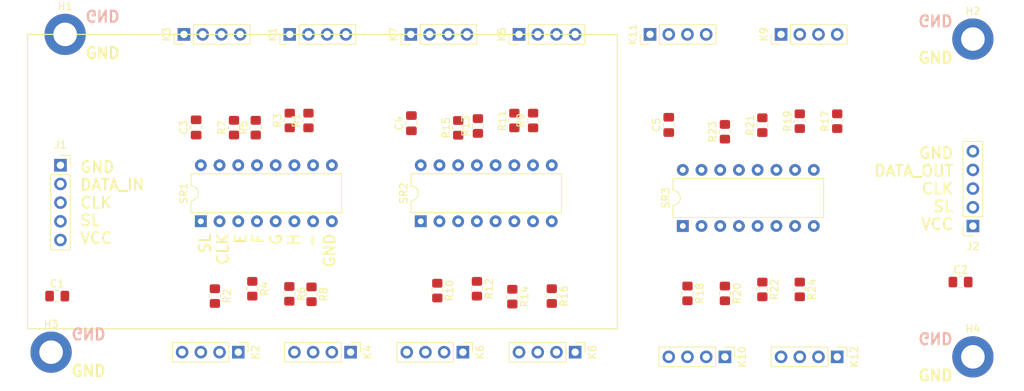
<source format=kicad_pcb>
(kicad_pcb (version 20171130) (host pcbnew 5.1.9+dfsg1-1)

  (general
    (thickness 1.6)
    (drawings 15)
    (tracks 0)
    (zones 0)
    (modules 50)
    (nets 36)
  )

  (page A4)
  (layers
    (0 F.Cu signal)
    (31 B.Cu signal)
    (32 B.Adhes user)
    (33 F.Adhes user)
    (34 B.Paste user)
    (35 F.Paste user)
    (36 B.SilkS user)
    (37 F.SilkS user)
    (38 B.Mask user)
    (39 F.Mask user)
    (40 Dwgs.User user)
    (41 Cmts.User user)
    (42 Eco1.User user)
    (43 Eco2.User user)
    (44 Edge.Cuts user)
    (45 Margin user)
    (46 B.CrtYd user)
    (47 F.CrtYd user)
    (48 B.Fab user)
    (49 F.Fab user)
  )

  (setup
    (last_trace_width 0.25)
    (user_trace_width 0.5)
    (user_trace_width 0.75)
    (user_trace_width 1)
    (trace_clearance 0.2)
    (zone_clearance 0.508)
    (zone_45_only no)
    (trace_min 0.2)
    (via_size 0.8)
    (via_drill 0.4)
    (via_min_size 0.4)
    (via_min_drill 0.3)
    (uvia_size 0.3)
    (uvia_drill 0.1)
    (uvias_allowed no)
    (uvia_min_size 0.2)
    (uvia_min_drill 0.1)
    (edge_width 0.05)
    (segment_width 0.2)
    (pcb_text_width 0.3)
    (pcb_text_size 1.5 1.5)
    (mod_edge_width 0.12)
    (mod_text_size 1 1)
    (mod_text_width 0.15)
    (pad_size 1.524 1.524)
    (pad_drill 0.762)
    (pad_to_mask_clearance 0.051)
    (solder_mask_min_width 0.25)
    (aux_axis_origin 0 0)
    (visible_elements FFFFFF7F)
    (pcbplotparams
      (layerselection 0x010fc_ffffffff)
      (usegerberextensions false)
      (usegerberattributes true)
      (usegerberadvancedattributes true)
      (creategerberjobfile true)
      (excludeedgelayer true)
      (linewidth 0.100000)
      (plotframeref false)
      (viasonmask false)
      (mode 1)
      (useauxorigin false)
      (hpglpennumber 1)
      (hpglpenspeed 20)
      (hpglpendiameter 15.000000)
      (psnegative false)
      (psa4output false)
      (plotreference true)
      (plotvalue true)
      (plotinvisibletext false)
      (padsonsilk false)
      (subtractmaskfromsilk false)
      (outputformat 1)
      (mirror false)
      (drillshape 1)
      (scaleselection 1)
      (outputdirectory ""))
  )

  (net 0 "")
  (net 1 GND)
  (net 2 /SR_VCC)
  (net 3 /SR_SER2)
  (net 4 /SR_CLK)
  (net 5 /SR_SL)
  (net 6 /SR_QH)
  (net 7 "/Shift register/A")
  (net 8 "/Shift register/B")
  (net 9 "/Shift register/F")
  (net 10 "/Shift register/E")
  (net 11 "/Shift register/C")
  (net 12 "/Shift register/D")
  (net 13 "/Shift register/G")
  (net 14 "/Shift register/H")
  (net 15 "/Shift register 2/A")
  (net 16 "/Shift register 2/B")
  (net 17 "/Shift register 2/E")
  (net 18 "/Shift register 2/F")
  (net 19 "/Shift register 2/D")
  (net 20 "/Shift register 2/C")
  (net 21 "/Shift register 2/H")
  (net 22 "/Shift register 2/G")
  (net 23 "/Shift register 3/A")
  (net 24 "/Shift register 3/B")
  (net 25 "/Shift register 3/E")
  (net 26 "/Shift register 3/F")
  (net 27 "/Shift register 3/D")
  (net 28 "/Shift register 3/C")
  (net 29 "/Shift register 3/H")
  (net 30 "/Shift register 3/G")
  (net 31 /SR_DATA_2)
  (net 32 "Net-(SR1-Pad7)")
  (net 33 "Net-(SR2-Pad7)")
  (net 34 /SR_DATA_3)
  (net 35 "Net-(SR3-Pad7)")

  (net_class Default "Tämä on oletuskytkentäverkkoluokka."
    (clearance 0.2)
    (trace_width 0.25)
    (via_dia 0.8)
    (via_drill 0.4)
    (uvia_dia 0.3)
    (uvia_drill 0.1)
    (add_net /SR_CLK)
    (add_net /SR_DATA_2)
    (add_net /SR_DATA_3)
    (add_net /SR_QH)
    (add_net /SR_SER2)
    (add_net /SR_SL)
    (add_net /SR_VCC)
    (add_net "/Shift register 2/A")
    (add_net "/Shift register 2/B")
    (add_net "/Shift register 2/C")
    (add_net "/Shift register 2/D")
    (add_net "/Shift register 2/E")
    (add_net "/Shift register 2/F")
    (add_net "/Shift register 2/G")
    (add_net "/Shift register 2/H")
    (add_net "/Shift register 3/A")
    (add_net "/Shift register 3/B")
    (add_net "/Shift register 3/C")
    (add_net "/Shift register 3/D")
    (add_net "/Shift register 3/E")
    (add_net "/Shift register 3/F")
    (add_net "/Shift register 3/G")
    (add_net "/Shift register 3/H")
    (add_net "/Shift register/A")
    (add_net "/Shift register/B")
    (add_net "/Shift register/C")
    (add_net "/Shift register/D")
    (add_net "/Shift register/E")
    (add_net "/Shift register/F")
    (add_net "/Shift register/G")
    (add_net "/Shift register/H")
    (add_net GND)
    (add_net "Net-(SR1-Pad7)")
    (add_net "Net-(SR2-Pad7)")
    (add_net "Net-(SR3-Pad7)")
  )

  (module Capacitor_SMD:C_0805_2012Metric_Pad1.18x1.45mm_HandSolder (layer F.Cu) (tedit 5F68FEEF) (tstamp 6148C017)
    (at 67.505001 137.16)
    (descr "Capacitor SMD 0805 (2012 Metric), square (rectangular) end terminal, IPC_7351 nominal with elongated pad for handsoldering. (Body size source: IPC-SM-782 page 76, https://www.pcb-3d.com/wordpress/wp-content/uploads/ipc-sm-782a_amendment_1_and_2.pdf, https://docs.google.com/spreadsheets/d/1BsfQQcO9C6DZCsRaXUlFlo91Tg2WpOkGARC1WS5S8t0/edit?usp=sharing), generated with kicad-footprint-generator")
    (tags "capacitor handsolder")
    (path /5E4FF67C)
    (attr smd)
    (fp_text reference C1 (at 0 -1.68) (layer F.SilkS)
      (effects (font (size 1 1) (thickness 0.15)))
    )
    (fp_text value 470n (at 0 1.68) (layer F.Fab)
      (effects (font (size 1 1) (thickness 0.15)))
    )
    (fp_line (start 1.88 0.98) (end -1.88 0.98) (layer F.CrtYd) (width 0.05))
    (fp_line (start 1.88 -0.98) (end 1.88 0.98) (layer F.CrtYd) (width 0.05))
    (fp_line (start -1.88 -0.98) (end 1.88 -0.98) (layer F.CrtYd) (width 0.05))
    (fp_line (start -1.88 0.98) (end -1.88 -0.98) (layer F.CrtYd) (width 0.05))
    (fp_line (start -0.261252 0.735) (end 0.261252 0.735) (layer F.SilkS) (width 0.12))
    (fp_line (start -0.261252 -0.735) (end 0.261252 -0.735) (layer F.SilkS) (width 0.12))
    (fp_line (start 1 0.625) (end -1 0.625) (layer F.Fab) (width 0.1))
    (fp_line (start 1 -0.625) (end 1 0.625) (layer F.Fab) (width 0.1))
    (fp_line (start -1 -0.625) (end 1 -0.625) (layer F.Fab) (width 0.1))
    (fp_line (start -1 0.625) (end -1 -0.625) (layer F.Fab) (width 0.1))
    (fp_text user %R (at 0 0) (layer F.Fab)
      (effects (font (size 0.5 0.5) (thickness 0.08)))
    )
    (pad 2 smd roundrect (at 1.0375 0) (size 1.175 1.45) (layers F.Cu F.Paste F.Mask) (roundrect_rratio 0.212766)
      (net 1 GND))
    (pad 1 smd roundrect (at -1.0375 0) (size 1.175 1.45) (layers F.Cu F.Paste F.Mask) (roundrect_rratio 0.212766)
      (net 2 /SR_VCC))
    (model ${KISYS3DMOD}/Capacitor_SMD.3dshapes/C_0805_2012Metric.wrl
      (at (xyz 0 0 0))
      (scale (xyz 1 1 1))
      (rotate (xyz 0 0 0))
    )
  )

  (module Capacitor_SMD:C_0805_2012Metric_Pad1.18x1.45mm_HandSolder (layer F.Cu) (tedit 5F68FEEF) (tstamp 6148C028)
    (at 190.0975 135.255)
    (descr "Capacitor SMD 0805 (2012 Metric), square (rectangular) end terminal, IPC_7351 nominal with elongated pad for handsoldering. (Body size source: IPC-SM-782 page 76, https://www.pcb-3d.com/wordpress/wp-content/uploads/ipc-sm-782a_amendment_1_and_2.pdf, https://docs.google.com/spreadsheets/d/1BsfQQcO9C6DZCsRaXUlFlo91Tg2WpOkGARC1WS5S8t0/edit?usp=sharing), generated with kicad-footprint-generator")
    (tags "capacitor handsolder")
    (path /5E4FFF1E)
    (attr smd)
    (fp_text reference C2 (at 0 -1.68) (layer F.SilkS)
      (effects (font (size 1 1) (thickness 0.15)))
    )
    (fp_text value 470n (at 0 1.68) (layer F.Fab)
      (effects (font (size 1 1) (thickness 0.15)))
    )
    (fp_line (start -1 0.625) (end -1 -0.625) (layer F.Fab) (width 0.1))
    (fp_line (start -1 -0.625) (end 1 -0.625) (layer F.Fab) (width 0.1))
    (fp_line (start 1 -0.625) (end 1 0.625) (layer F.Fab) (width 0.1))
    (fp_line (start 1 0.625) (end -1 0.625) (layer F.Fab) (width 0.1))
    (fp_line (start -0.261252 -0.735) (end 0.261252 -0.735) (layer F.SilkS) (width 0.12))
    (fp_line (start -0.261252 0.735) (end 0.261252 0.735) (layer F.SilkS) (width 0.12))
    (fp_line (start -1.88 0.98) (end -1.88 -0.98) (layer F.CrtYd) (width 0.05))
    (fp_line (start -1.88 -0.98) (end 1.88 -0.98) (layer F.CrtYd) (width 0.05))
    (fp_line (start 1.88 -0.98) (end 1.88 0.98) (layer F.CrtYd) (width 0.05))
    (fp_line (start 1.88 0.98) (end -1.88 0.98) (layer F.CrtYd) (width 0.05))
    (fp_text user %R (at 0 0) (layer F.Fab)
      (effects (font (size 0.5 0.5) (thickness 0.08)))
    )
    (pad 1 smd roundrect (at -1.0375 0) (size 1.175 1.45) (layers F.Cu F.Paste F.Mask) (roundrect_rratio 0.212766)
      (net 2 /SR_VCC))
    (pad 2 smd roundrect (at 1.0375 0) (size 1.175 1.45) (layers F.Cu F.Paste F.Mask) (roundrect_rratio 0.212766)
      (net 1 GND))
    (model ${KISYS3DMOD}/Capacitor_SMD.3dshapes/C_0805_2012Metric.wrl
      (at (xyz 0 0 0))
      (scale (xyz 1 1 1))
      (rotate (xyz 0 0 0))
    )
  )

  (module Capacitor_SMD:C_0805_2012Metric_Pad1.18x1.45mm_HandSolder (layer F.Cu) (tedit 5F68FEEF) (tstamp 6148C039)
    (at 86.36 114.244999 90)
    (descr "Capacitor SMD 0805 (2012 Metric), square (rectangular) end terminal, IPC_7351 nominal with elongated pad for handsoldering. (Body size source: IPC-SM-782 page 76, https://www.pcb-3d.com/wordpress/wp-content/uploads/ipc-sm-782a_amendment_1_and_2.pdf, https://docs.google.com/spreadsheets/d/1BsfQQcO9C6DZCsRaXUlFlo91Tg2WpOkGARC1WS5S8t0/edit?usp=sharing), generated with kicad-footprint-generator")
    (tags "capacitor handsolder")
    (path /5E3CAA3D/5E501109)
    (attr smd)
    (fp_text reference C3 (at 0 -1.68 90) (layer F.SilkS)
      (effects (font (size 1 1) (thickness 0.15)))
    )
    (fp_text value 470n (at 0 1.68 90) (layer F.Fab)
      (effects (font (size 1 1) (thickness 0.15)))
    )
    (fp_line (start 1.88 0.98) (end -1.88 0.98) (layer F.CrtYd) (width 0.05))
    (fp_line (start 1.88 -0.98) (end 1.88 0.98) (layer F.CrtYd) (width 0.05))
    (fp_line (start -1.88 -0.98) (end 1.88 -0.98) (layer F.CrtYd) (width 0.05))
    (fp_line (start -1.88 0.98) (end -1.88 -0.98) (layer F.CrtYd) (width 0.05))
    (fp_line (start -0.261252 0.735) (end 0.261252 0.735) (layer F.SilkS) (width 0.12))
    (fp_line (start -0.261252 -0.735) (end 0.261252 -0.735) (layer F.SilkS) (width 0.12))
    (fp_line (start 1 0.625) (end -1 0.625) (layer F.Fab) (width 0.1))
    (fp_line (start 1 -0.625) (end 1 0.625) (layer F.Fab) (width 0.1))
    (fp_line (start -1 -0.625) (end 1 -0.625) (layer F.Fab) (width 0.1))
    (fp_line (start -1 0.625) (end -1 -0.625) (layer F.Fab) (width 0.1))
    (fp_text user %R (at 0 0 90) (layer F.Fab)
      (effects (font (size 0.5 0.5) (thickness 0.08)))
    )
    (pad 2 smd roundrect (at 1.0375 0 90) (size 1.175 1.45) (layers F.Cu F.Paste F.Mask) (roundrect_rratio 0.212766)
      (net 1 GND))
    (pad 1 smd roundrect (at -1.0375 0 90) (size 1.175 1.45) (layers F.Cu F.Paste F.Mask) (roundrect_rratio 0.212766)
      (net 2 /SR_VCC))
    (model ${KISYS3DMOD}/Capacitor_SMD.3dshapes/C_0805_2012Metric.wrl
      (at (xyz 0 0 0))
      (scale (xyz 1 1 1))
      (rotate (xyz 0 0 0))
    )
  )

  (module Capacitor_SMD:C_0805_2012Metric_Pad1.18x1.45mm_HandSolder (layer F.Cu) (tedit 5F68FEEF) (tstamp 6148C04A)
    (at 115.57 113.665 90)
    (descr "Capacitor SMD 0805 (2012 Metric), square (rectangular) end terminal, IPC_7351 nominal with elongated pad for handsoldering. (Body size source: IPC-SM-782 page 76, https://www.pcb-3d.com/wordpress/wp-content/uploads/ipc-sm-782a_amendment_1_and_2.pdf, https://docs.google.com/spreadsheets/d/1BsfQQcO9C6DZCsRaXUlFlo91Tg2WpOkGARC1WS5S8t0/edit?usp=sharing), generated with kicad-footprint-generator")
    (tags "capacitor handsolder")
    (path /5E9EC3F8/5E501109)
    (attr smd)
    (fp_text reference C4 (at 0 -1.68 90) (layer F.SilkS)
      (effects (font (size 1 1) (thickness 0.15)))
    )
    (fp_text value 470n (at 0 1.68 90) (layer F.Fab)
      (effects (font (size 1 1) (thickness 0.15)))
    )
    (fp_line (start -1 0.625) (end -1 -0.625) (layer F.Fab) (width 0.1))
    (fp_line (start -1 -0.625) (end 1 -0.625) (layer F.Fab) (width 0.1))
    (fp_line (start 1 -0.625) (end 1 0.625) (layer F.Fab) (width 0.1))
    (fp_line (start 1 0.625) (end -1 0.625) (layer F.Fab) (width 0.1))
    (fp_line (start -0.261252 -0.735) (end 0.261252 -0.735) (layer F.SilkS) (width 0.12))
    (fp_line (start -0.261252 0.735) (end 0.261252 0.735) (layer F.SilkS) (width 0.12))
    (fp_line (start -1.88 0.98) (end -1.88 -0.98) (layer F.CrtYd) (width 0.05))
    (fp_line (start -1.88 -0.98) (end 1.88 -0.98) (layer F.CrtYd) (width 0.05))
    (fp_line (start 1.88 -0.98) (end 1.88 0.98) (layer F.CrtYd) (width 0.05))
    (fp_line (start 1.88 0.98) (end -1.88 0.98) (layer F.CrtYd) (width 0.05))
    (fp_text user %R (at 0 0 90) (layer F.Fab)
      (effects (font (size 0.5 0.5) (thickness 0.08)))
    )
    (pad 1 smd roundrect (at -1.0375 0 90) (size 1.175 1.45) (layers F.Cu F.Paste F.Mask) (roundrect_rratio 0.212766)
      (net 2 /SR_VCC))
    (pad 2 smd roundrect (at 1.0375 0 90) (size 1.175 1.45) (layers F.Cu F.Paste F.Mask) (roundrect_rratio 0.212766)
      (net 1 GND))
    (model ${KISYS3DMOD}/Capacitor_SMD.3dshapes/C_0805_2012Metric.wrl
      (at (xyz 0 0 0))
      (scale (xyz 1 1 1))
      (rotate (xyz 0 0 0))
    )
  )

  (module Capacitor_SMD:C_0805_2012Metric_Pad1.18x1.45mm_HandSolder (layer F.Cu) (tedit 5F68FEEF) (tstamp 6148C05B)
    (at 150.495 113.8975 90)
    (descr "Capacitor SMD 0805 (2012 Metric), square (rectangular) end terminal, IPC_7351 nominal with elongated pad for handsoldering. (Body size source: IPC-SM-782 page 76, https://www.pcb-3d.com/wordpress/wp-content/uploads/ipc-sm-782a_amendment_1_and_2.pdf, https://docs.google.com/spreadsheets/d/1BsfQQcO9C6DZCsRaXUlFlo91Tg2WpOkGARC1WS5S8t0/edit?usp=sharing), generated with kicad-footprint-generator")
    (tags "capacitor handsolder")
    (path /5E9EDDB5/5E501109)
    (attr smd)
    (fp_text reference C5 (at 0 -1.68 90) (layer F.SilkS)
      (effects (font (size 1 1) (thickness 0.15)))
    )
    (fp_text value 470n (at 0 1.68 90) (layer F.Fab)
      (effects (font (size 1 1) (thickness 0.15)))
    )
    (fp_line (start -1 0.625) (end -1 -0.625) (layer F.Fab) (width 0.1))
    (fp_line (start -1 -0.625) (end 1 -0.625) (layer F.Fab) (width 0.1))
    (fp_line (start 1 -0.625) (end 1 0.625) (layer F.Fab) (width 0.1))
    (fp_line (start 1 0.625) (end -1 0.625) (layer F.Fab) (width 0.1))
    (fp_line (start -0.261252 -0.735) (end 0.261252 -0.735) (layer F.SilkS) (width 0.12))
    (fp_line (start -0.261252 0.735) (end 0.261252 0.735) (layer F.SilkS) (width 0.12))
    (fp_line (start -1.88 0.98) (end -1.88 -0.98) (layer F.CrtYd) (width 0.05))
    (fp_line (start -1.88 -0.98) (end 1.88 -0.98) (layer F.CrtYd) (width 0.05))
    (fp_line (start 1.88 -0.98) (end 1.88 0.98) (layer F.CrtYd) (width 0.05))
    (fp_line (start 1.88 0.98) (end -1.88 0.98) (layer F.CrtYd) (width 0.05))
    (fp_text user %R (at 0 0 90) (layer F.Fab)
      (effects (font (size 0.5 0.5) (thickness 0.08)))
    )
    (pad 1 smd roundrect (at -1.0375 0 90) (size 1.175 1.45) (layers F.Cu F.Paste F.Mask) (roundrect_rratio 0.212766)
      (net 2 /SR_VCC))
    (pad 2 smd roundrect (at 1.0375 0 90) (size 1.175 1.45) (layers F.Cu F.Paste F.Mask) (roundrect_rratio 0.212766)
      (net 1 GND))
    (model ${KISYS3DMOD}/Capacitor_SMD.3dshapes/C_0805_2012Metric.wrl
      (at (xyz 0 0 0))
      (scale (xyz 1 1 1))
      (rotate (xyz 0 0 0))
    )
  )

  (module MountingHole:MountingHole_3.2mm_M3_DIN965_Pad (layer F.Cu) (tedit 56D1B4CB) (tstamp 6148C063)
    (at 68.58 101.6)
    (descr "Mounting Hole 3.2mm, M3, DIN965")
    (tags "mounting hole 3.2mm m3 din965")
    (path /5E0E0954)
    (attr virtual)
    (fp_text reference H1 (at 0 -3.8) (layer F.SilkS)
      (effects (font (size 1 1) (thickness 0.15)))
    )
    (fp_text value MountingHole_Pad (at 0 3.8) (layer F.Fab)
      (effects (font (size 1 1) (thickness 0.15)))
    )
    (fp_circle (center 0 0) (end 3.05 0) (layer F.CrtYd) (width 0.05))
    (fp_circle (center 0 0) (end 2.8 0) (layer Cmts.User) (width 0.15))
    (fp_text user %R (at 0.3 0) (layer F.Fab)
      (effects (font (size 1 1) (thickness 0.15)))
    )
    (pad 1 thru_hole circle (at 0 0) (size 5.6 5.6) (drill 3.2) (layers *.Cu *.Mask)
      (net 1 GND))
  )

  (module MountingHole:MountingHole_3.2mm_M3_DIN965_Pad (layer F.Cu) (tedit 56D1B4CB) (tstamp 6148C06B)
    (at 191.77 102.235)
    (descr "Mounting Hole 3.2mm, M3, DIN965")
    (tags "mounting hole 3.2mm m3 din965")
    (path /5E0E560B)
    (attr virtual)
    (fp_text reference H2 (at 0 -3.8) (layer F.SilkS)
      (effects (font (size 1 1) (thickness 0.15)))
    )
    (fp_text value MountingHole_Pad (at 0 3.8) (layer F.Fab)
      (effects (font (size 1 1) (thickness 0.15)))
    )
    (fp_circle (center 0 0) (end 2.8 0) (layer Cmts.User) (width 0.15))
    (fp_circle (center 0 0) (end 3.05 0) (layer F.CrtYd) (width 0.05))
    (fp_text user %R (at 0.3 0) (layer F.Fab)
      (effects (font (size 1 1) (thickness 0.15)))
    )
    (pad 1 thru_hole circle (at 0 0) (size 5.6 5.6) (drill 3.2) (layers *.Cu *.Mask)
      (net 1 GND))
  )

  (module MountingHole:MountingHole_3.2mm_M3_DIN965_Pad (layer F.Cu) (tedit 56D1B4CB) (tstamp 6148C073)
    (at 66.675 144.78)
    (descr "Mounting Hole 3.2mm, M3, DIN965")
    (tags "mounting hole 3.2mm m3 din965")
    (path /5E382CD0)
    (attr virtual)
    (fp_text reference H3 (at 0 -3.8) (layer F.SilkS)
      (effects (font (size 1 1) (thickness 0.15)))
    )
    (fp_text value MountingHole_Pad (at 0 3.8) (layer F.Fab)
      (effects (font (size 1 1) (thickness 0.15)))
    )
    (fp_circle (center 0 0) (end 3.05 0) (layer F.CrtYd) (width 0.05))
    (fp_circle (center 0 0) (end 2.8 0) (layer Cmts.User) (width 0.15))
    (fp_text user %R (at 0.3 0) (layer F.Fab)
      (effects (font (size 1 1) (thickness 0.15)))
    )
    (pad 1 thru_hole circle (at 0 0) (size 5.6 5.6) (drill 3.2) (layers *.Cu *.Mask)
      (net 1 GND))
  )

  (module MountingHole:MountingHole_3.2mm_M3_DIN965_Pad (layer F.Cu) (tedit 56D1B4CB) (tstamp 6148C07B)
    (at 191.77 145.415)
    (descr "Mounting Hole 3.2mm, M3, DIN965")
    (tags "mounting hole 3.2mm m3 din965")
    (path /5E153F97)
    (attr virtual)
    (fp_text reference H4 (at 0 -3.8) (layer F.SilkS)
      (effects (font (size 1 1) (thickness 0.15)))
    )
    (fp_text value MountingHole_Pad (at 0 3.8) (layer F.Fab)
      (effects (font (size 1 1) (thickness 0.15)))
    )
    (fp_circle (center 0 0) (end 2.8 0) (layer Cmts.User) (width 0.15))
    (fp_circle (center 0 0) (end 3.05 0) (layer F.CrtYd) (width 0.05))
    (fp_text user %R (at 0.3 0) (layer F.Fab)
      (effects (font (size 1 1) (thickness 0.15)))
    )
    (pad 1 thru_hole circle (at 0 0) (size 5.6 5.6) (drill 3.2) (layers *.Cu *.Mask)
      (net 1 GND))
  )

  (module Connector_PinHeader_2.54mm:PinHeader_1x04_P2.54mm_Vertical (layer F.Cu) (tedit 59FED5CC) (tstamp 6148C129)
    (at 99.06 101.6 90)
    (descr "Through hole straight pin header, 1x04, 2.54mm pitch, single row")
    (tags "Through hole pin header THT 1x04 2.54mm single row")
    (path /5E3CAA3D/5E9BBEE9)
    (fp_text reference K1 (at 0 -2.33 90) (layer F.SilkS)
      (effects (font (size 1 1) (thickness 0.15)))
    )
    (fp_text value Conn_01x04 (at 0 9.95 90) (layer F.Fab)
      (effects (font (size 1 1) (thickness 0.15)))
    )
    (fp_line (start -0.635 -1.27) (end 1.27 -1.27) (layer F.Fab) (width 0.1))
    (fp_line (start 1.27 -1.27) (end 1.27 8.89) (layer F.Fab) (width 0.1))
    (fp_line (start 1.27 8.89) (end -1.27 8.89) (layer F.Fab) (width 0.1))
    (fp_line (start -1.27 8.89) (end -1.27 -0.635) (layer F.Fab) (width 0.1))
    (fp_line (start -1.27 -0.635) (end -0.635 -1.27) (layer F.Fab) (width 0.1))
    (fp_line (start -1.33 8.95) (end 1.33 8.95) (layer F.SilkS) (width 0.12))
    (fp_line (start -1.33 1.27) (end -1.33 8.95) (layer F.SilkS) (width 0.12))
    (fp_line (start 1.33 1.27) (end 1.33 8.95) (layer F.SilkS) (width 0.12))
    (fp_line (start -1.33 1.27) (end 1.33 1.27) (layer F.SilkS) (width 0.12))
    (fp_line (start -1.33 0) (end -1.33 -1.33) (layer F.SilkS) (width 0.12))
    (fp_line (start -1.33 -1.33) (end 0 -1.33) (layer F.SilkS) (width 0.12))
    (fp_line (start -1.8 -1.8) (end -1.8 9.4) (layer F.CrtYd) (width 0.05))
    (fp_line (start -1.8 9.4) (end 1.8 9.4) (layer F.CrtYd) (width 0.05))
    (fp_line (start 1.8 9.4) (end 1.8 -1.8) (layer F.CrtYd) (width 0.05))
    (fp_line (start 1.8 -1.8) (end -1.8 -1.8) (layer F.CrtYd) (width 0.05))
    (fp_text user %R (at 0 3.81) (layer F.Fab)
      (effects (font (size 1 1) (thickness 0.15)))
    )
    (pad 1 thru_hole rect (at 0 0 90) (size 1.7 1.7) (drill 1) (layers *.Cu *.Mask)
      (net 1 GND))
    (pad 2 thru_hole oval (at 0 2.54 90) (size 1.7 1.7) (drill 1) (layers *.Cu *.Mask)
      (net 8 "/Shift register/B"))
    (pad 3 thru_hole oval (at 0 5.08 90) (size 1.7 1.7) (drill 1) (layers *.Cu *.Mask)
      (net 1 GND))
    (pad 4 thru_hole oval (at 0 7.62 90) (size 1.7 1.7) (drill 1) (layers *.Cu *.Mask)
      (net 7 "/Shift register/A"))
    (model ${KISYS3DMOD}/Connector_PinHeader_2.54mm.3dshapes/PinHeader_1x04_P2.54mm_Vertical.wrl
      (at (xyz 0 0 0))
      (scale (xyz 1 1 1))
      (rotate (xyz 0 0 0))
    )
  )

  (module Connector_PinHeader_2.54mm:PinHeader_1x04_P2.54mm_Vertical (layer F.Cu) (tedit 59FED5CC) (tstamp 6148C141)
    (at 92.075 144.78 270)
    (descr "Through hole straight pin header, 1x04, 2.54mm pitch, single row")
    (tags "Through hole pin header THT 1x04 2.54mm single row")
    (path /5E3CAA3D/5E9CC669)
    (fp_text reference K2 (at 0 -2.33 90) (layer F.SilkS)
      (effects (font (size 1 1) (thickness 0.15)))
    )
    (fp_text value Conn_01x04 (at 0 9.95 90) (layer F.Fab)
      (effects (font (size 1 1) (thickness 0.15)))
    )
    (fp_line (start -0.635 -1.27) (end 1.27 -1.27) (layer F.Fab) (width 0.1))
    (fp_line (start 1.27 -1.27) (end 1.27 8.89) (layer F.Fab) (width 0.1))
    (fp_line (start 1.27 8.89) (end -1.27 8.89) (layer F.Fab) (width 0.1))
    (fp_line (start -1.27 8.89) (end -1.27 -0.635) (layer F.Fab) (width 0.1))
    (fp_line (start -1.27 -0.635) (end -0.635 -1.27) (layer F.Fab) (width 0.1))
    (fp_line (start -1.33 8.95) (end 1.33 8.95) (layer F.SilkS) (width 0.12))
    (fp_line (start -1.33 1.27) (end -1.33 8.95) (layer F.SilkS) (width 0.12))
    (fp_line (start 1.33 1.27) (end 1.33 8.95) (layer F.SilkS) (width 0.12))
    (fp_line (start -1.33 1.27) (end 1.33 1.27) (layer F.SilkS) (width 0.12))
    (fp_line (start -1.33 0) (end -1.33 -1.33) (layer F.SilkS) (width 0.12))
    (fp_line (start -1.33 -1.33) (end 0 -1.33) (layer F.SilkS) (width 0.12))
    (fp_line (start -1.8 -1.8) (end -1.8 9.4) (layer F.CrtYd) (width 0.05))
    (fp_line (start -1.8 9.4) (end 1.8 9.4) (layer F.CrtYd) (width 0.05))
    (fp_line (start 1.8 9.4) (end 1.8 -1.8) (layer F.CrtYd) (width 0.05))
    (fp_line (start 1.8 -1.8) (end -1.8 -1.8) (layer F.CrtYd) (width 0.05))
    (fp_text user %R (at 0 3.81) (layer F.Fab)
      (effects (font (size 1 1) (thickness 0.15)))
    )
    (pad 1 thru_hole rect (at 0 0 270) (size 1.7 1.7) (drill 1) (layers *.Cu *.Mask)
      (net 1 GND))
    (pad 2 thru_hole oval (at 0 2.54 270) (size 1.7 1.7) (drill 1) (layers *.Cu *.Mask)
      (net 9 "/Shift register/F"))
    (pad 3 thru_hole oval (at 0 5.08 270) (size 1.7 1.7) (drill 1) (layers *.Cu *.Mask)
      (net 1 GND))
    (pad 4 thru_hole oval (at 0 7.62 270) (size 1.7 1.7) (drill 1) (layers *.Cu *.Mask)
      (net 10 "/Shift register/E"))
    (model ${KISYS3DMOD}/Connector_PinHeader_2.54mm.3dshapes/PinHeader_1x04_P2.54mm_Vertical.wrl
      (at (xyz 0 0 0))
      (scale (xyz 1 1 1))
      (rotate (xyz 0 0 0))
    )
  )

  (module Connector_PinHeader_2.54mm:PinHeader_1x04_P2.54mm_Vertical (layer F.Cu) (tedit 59FED5CC) (tstamp 6148C159)
    (at 84.705001 101.6 90)
    (descr "Through hole straight pin header, 1x04, 2.54mm pitch, single row")
    (tags "Through hole pin header THT 1x04 2.54mm single row")
    (path /5E3CAA3D/5E9CC055)
    (fp_text reference K3 (at 0 -2.33 90) (layer F.SilkS)
      (effects (font (size 1 1) (thickness 0.15)))
    )
    (fp_text value Conn_01x04 (at 0 9.95 90) (layer F.Fab)
      (effects (font (size 1 1) (thickness 0.15)))
    )
    (fp_line (start 1.8 -1.8) (end -1.8 -1.8) (layer F.CrtYd) (width 0.05))
    (fp_line (start 1.8 9.4) (end 1.8 -1.8) (layer F.CrtYd) (width 0.05))
    (fp_line (start -1.8 9.4) (end 1.8 9.4) (layer F.CrtYd) (width 0.05))
    (fp_line (start -1.8 -1.8) (end -1.8 9.4) (layer F.CrtYd) (width 0.05))
    (fp_line (start -1.33 -1.33) (end 0 -1.33) (layer F.SilkS) (width 0.12))
    (fp_line (start -1.33 0) (end -1.33 -1.33) (layer F.SilkS) (width 0.12))
    (fp_line (start -1.33 1.27) (end 1.33 1.27) (layer F.SilkS) (width 0.12))
    (fp_line (start 1.33 1.27) (end 1.33 8.95) (layer F.SilkS) (width 0.12))
    (fp_line (start -1.33 1.27) (end -1.33 8.95) (layer F.SilkS) (width 0.12))
    (fp_line (start -1.33 8.95) (end 1.33 8.95) (layer F.SilkS) (width 0.12))
    (fp_line (start -1.27 -0.635) (end -0.635 -1.27) (layer F.Fab) (width 0.1))
    (fp_line (start -1.27 8.89) (end -1.27 -0.635) (layer F.Fab) (width 0.1))
    (fp_line (start 1.27 8.89) (end -1.27 8.89) (layer F.Fab) (width 0.1))
    (fp_line (start 1.27 -1.27) (end 1.27 8.89) (layer F.Fab) (width 0.1))
    (fp_line (start -0.635 -1.27) (end 1.27 -1.27) (layer F.Fab) (width 0.1))
    (fp_text user %R (at 0 3.81) (layer F.Fab)
      (effects (font (size 1 1) (thickness 0.15)))
    )
    (pad 4 thru_hole oval (at 0 7.62 90) (size 1.7 1.7) (drill 1) (layers *.Cu *.Mask)
      (net 11 "/Shift register/C"))
    (pad 3 thru_hole oval (at 0 5.08 90) (size 1.7 1.7) (drill 1) (layers *.Cu *.Mask)
      (net 1 GND))
    (pad 2 thru_hole oval (at 0 2.54 90) (size 1.7 1.7) (drill 1) (layers *.Cu *.Mask)
      (net 12 "/Shift register/D"))
    (pad 1 thru_hole rect (at 0 0 90) (size 1.7 1.7) (drill 1) (layers *.Cu *.Mask)
      (net 1 GND))
    (model ${KISYS3DMOD}/Connector_PinHeader_2.54mm.3dshapes/PinHeader_1x04_P2.54mm_Vertical.wrl
      (at (xyz 0 0 0))
      (scale (xyz 1 1 1))
      (rotate (xyz 0 0 0))
    )
  )

  (module Connector_PinHeader_2.54mm:PinHeader_1x04_P2.54mm_Vertical (layer F.Cu) (tedit 59FED5CC) (tstamp 6148C171)
    (at 107.315 144.78 270)
    (descr "Through hole straight pin header, 1x04, 2.54mm pitch, single row")
    (tags "Through hole pin header THT 1x04 2.54mm single row")
    (path /5E3CAA3D/5E9CCAEF)
    (fp_text reference K4 (at 0 -2.33 90) (layer F.SilkS)
      (effects (font (size 1 1) (thickness 0.15)))
    )
    (fp_text value Conn_01x04 (at 0 9.95 90) (layer F.Fab)
      (effects (font (size 1 1) (thickness 0.15)))
    )
    (fp_line (start -0.635 -1.27) (end 1.27 -1.27) (layer F.Fab) (width 0.1))
    (fp_line (start 1.27 -1.27) (end 1.27 8.89) (layer F.Fab) (width 0.1))
    (fp_line (start 1.27 8.89) (end -1.27 8.89) (layer F.Fab) (width 0.1))
    (fp_line (start -1.27 8.89) (end -1.27 -0.635) (layer F.Fab) (width 0.1))
    (fp_line (start -1.27 -0.635) (end -0.635 -1.27) (layer F.Fab) (width 0.1))
    (fp_line (start -1.33 8.95) (end 1.33 8.95) (layer F.SilkS) (width 0.12))
    (fp_line (start -1.33 1.27) (end -1.33 8.95) (layer F.SilkS) (width 0.12))
    (fp_line (start 1.33 1.27) (end 1.33 8.95) (layer F.SilkS) (width 0.12))
    (fp_line (start -1.33 1.27) (end 1.33 1.27) (layer F.SilkS) (width 0.12))
    (fp_line (start -1.33 0) (end -1.33 -1.33) (layer F.SilkS) (width 0.12))
    (fp_line (start -1.33 -1.33) (end 0 -1.33) (layer F.SilkS) (width 0.12))
    (fp_line (start -1.8 -1.8) (end -1.8 9.4) (layer F.CrtYd) (width 0.05))
    (fp_line (start -1.8 9.4) (end 1.8 9.4) (layer F.CrtYd) (width 0.05))
    (fp_line (start 1.8 9.4) (end 1.8 -1.8) (layer F.CrtYd) (width 0.05))
    (fp_line (start 1.8 -1.8) (end -1.8 -1.8) (layer F.CrtYd) (width 0.05))
    (fp_text user %R (at 0 3.81) (layer F.Fab)
      (effects (font (size 1 1) (thickness 0.15)))
    )
    (pad 1 thru_hole rect (at 0 0 270) (size 1.7 1.7) (drill 1) (layers *.Cu *.Mask)
      (net 1 GND))
    (pad 2 thru_hole oval (at 0 2.54 270) (size 1.7 1.7) (drill 1) (layers *.Cu *.Mask)
      (net 14 "/Shift register/H"))
    (pad 3 thru_hole oval (at 0 5.08 270) (size 1.7 1.7) (drill 1) (layers *.Cu *.Mask)
      (net 1 GND))
    (pad 4 thru_hole oval (at 0 7.62 270) (size 1.7 1.7) (drill 1) (layers *.Cu *.Mask)
      (net 13 "/Shift register/G"))
    (model ${KISYS3DMOD}/Connector_PinHeader_2.54mm.3dshapes/PinHeader_1x04_P2.54mm_Vertical.wrl
      (at (xyz 0 0 0))
      (scale (xyz 1 1 1))
      (rotate (xyz 0 0 0))
    )
  )

  (module Connector_PinHeader_2.54mm:PinHeader_1x04_P2.54mm_Vertical (layer F.Cu) (tedit 59FED5CC) (tstamp 6148C189)
    (at 130.175 101.6 90)
    (descr "Through hole straight pin header, 1x04, 2.54mm pitch, single row")
    (tags "Through hole pin header THT 1x04 2.54mm single row")
    (path /5E9EC3F8/5E9BBEE9)
    (fp_text reference K5 (at 0 -2.33 90) (layer F.SilkS)
      (effects (font (size 1 1) (thickness 0.15)))
    )
    (fp_text value Conn_01x04 (at 0 9.95 90) (layer F.Fab)
      (effects (font (size 1 1) (thickness 0.15)))
    )
    (fp_line (start 1.8 -1.8) (end -1.8 -1.8) (layer F.CrtYd) (width 0.05))
    (fp_line (start 1.8 9.4) (end 1.8 -1.8) (layer F.CrtYd) (width 0.05))
    (fp_line (start -1.8 9.4) (end 1.8 9.4) (layer F.CrtYd) (width 0.05))
    (fp_line (start -1.8 -1.8) (end -1.8 9.4) (layer F.CrtYd) (width 0.05))
    (fp_line (start -1.33 -1.33) (end 0 -1.33) (layer F.SilkS) (width 0.12))
    (fp_line (start -1.33 0) (end -1.33 -1.33) (layer F.SilkS) (width 0.12))
    (fp_line (start -1.33 1.27) (end 1.33 1.27) (layer F.SilkS) (width 0.12))
    (fp_line (start 1.33 1.27) (end 1.33 8.95) (layer F.SilkS) (width 0.12))
    (fp_line (start -1.33 1.27) (end -1.33 8.95) (layer F.SilkS) (width 0.12))
    (fp_line (start -1.33 8.95) (end 1.33 8.95) (layer F.SilkS) (width 0.12))
    (fp_line (start -1.27 -0.635) (end -0.635 -1.27) (layer F.Fab) (width 0.1))
    (fp_line (start -1.27 8.89) (end -1.27 -0.635) (layer F.Fab) (width 0.1))
    (fp_line (start 1.27 8.89) (end -1.27 8.89) (layer F.Fab) (width 0.1))
    (fp_line (start 1.27 -1.27) (end 1.27 8.89) (layer F.Fab) (width 0.1))
    (fp_line (start -0.635 -1.27) (end 1.27 -1.27) (layer F.Fab) (width 0.1))
    (fp_text user %R (at 0 3.81) (layer F.Fab)
      (effects (font (size 1 1) (thickness 0.15)))
    )
    (pad 4 thru_hole oval (at 0 7.62 90) (size 1.7 1.7) (drill 1) (layers *.Cu *.Mask)
      (net 15 "/Shift register 2/A"))
    (pad 3 thru_hole oval (at 0 5.08 90) (size 1.7 1.7) (drill 1) (layers *.Cu *.Mask)
      (net 1 GND))
    (pad 2 thru_hole oval (at 0 2.54 90) (size 1.7 1.7) (drill 1) (layers *.Cu *.Mask)
      (net 16 "/Shift register 2/B"))
    (pad 1 thru_hole rect (at 0 0 90) (size 1.7 1.7) (drill 1) (layers *.Cu *.Mask)
      (net 1 GND))
    (model ${KISYS3DMOD}/Connector_PinHeader_2.54mm.3dshapes/PinHeader_1x04_P2.54mm_Vertical.wrl
      (at (xyz 0 0 0))
      (scale (xyz 1 1 1))
      (rotate (xyz 0 0 0))
    )
  )

  (module Connector_PinHeader_2.54mm:PinHeader_1x04_P2.54mm_Vertical (layer F.Cu) (tedit 59FED5CC) (tstamp 6148C1A1)
    (at 122.555 144.78 270)
    (descr "Through hole straight pin header, 1x04, 2.54mm pitch, single row")
    (tags "Through hole pin header THT 1x04 2.54mm single row")
    (path /5E9EC3F8/5E9CC669)
    (fp_text reference K6 (at 0 -2.33 90) (layer F.SilkS)
      (effects (font (size 1 1) (thickness 0.15)))
    )
    (fp_text value Conn_01x04 (at 0 9.95 90) (layer F.Fab)
      (effects (font (size 1 1) (thickness 0.15)))
    )
    (fp_line (start -0.635 -1.27) (end 1.27 -1.27) (layer F.Fab) (width 0.1))
    (fp_line (start 1.27 -1.27) (end 1.27 8.89) (layer F.Fab) (width 0.1))
    (fp_line (start 1.27 8.89) (end -1.27 8.89) (layer F.Fab) (width 0.1))
    (fp_line (start -1.27 8.89) (end -1.27 -0.635) (layer F.Fab) (width 0.1))
    (fp_line (start -1.27 -0.635) (end -0.635 -1.27) (layer F.Fab) (width 0.1))
    (fp_line (start -1.33 8.95) (end 1.33 8.95) (layer F.SilkS) (width 0.12))
    (fp_line (start -1.33 1.27) (end -1.33 8.95) (layer F.SilkS) (width 0.12))
    (fp_line (start 1.33 1.27) (end 1.33 8.95) (layer F.SilkS) (width 0.12))
    (fp_line (start -1.33 1.27) (end 1.33 1.27) (layer F.SilkS) (width 0.12))
    (fp_line (start -1.33 0) (end -1.33 -1.33) (layer F.SilkS) (width 0.12))
    (fp_line (start -1.33 -1.33) (end 0 -1.33) (layer F.SilkS) (width 0.12))
    (fp_line (start -1.8 -1.8) (end -1.8 9.4) (layer F.CrtYd) (width 0.05))
    (fp_line (start -1.8 9.4) (end 1.8 9.4) (layer F.CrtYd) (width 0.05))
    (fp_line (start 1.8 9.4) (end 1.8 -1.8) (layer F.CrtYd) (width 0.05))
    (fp_line (start 1.8 -1.8) (end -1.8 -1.8) (layer F.CrtYd) (width 0.05))
    (fp_text user %R (at 0 3.81) (layer F.Fab)
      (effects (font (size 1 1) (thickness 0.15)))
    )
    (pad 1 thru_hole rect (at 0 0 270) (size 1.7 1.7) (drill 1) (layers *.Cu *.Mask)
      (net 1 GND))
    (pad 2 thru_hole oval (at 0 2.54 270) (size 1.7 1.7) (drill 1) (layers *.Cu *.Mask)
      (net 18 "/Shift register 2/F"))
    (pad 3 thru_hole oval (at 0 5.08 270) (size 1.7 1.7) (drill 1) (layers *.Cu *.Mask)
      (net 1 GND))
    (pad 4 thru_hole oval (at 0 7.62 270) (size 1.7 1.7) (drill 1) (layers *.Cu *.Mask)
      (net 17 "/Shift register 2/E"))
    (model ${KISYS3DMOD}/Connector_PinHeader_2.54mm.3dshapes/PinHeader_1x04_P2.54mm_Vertical.wrl
      (at (xyz 0 0 0))
      (scale (xyz 1 1 1))
      (rotate (xyz 0 0 0))
    )
  )

  (module Connector_PinHeader_2.54mm:PinHeader_1x04_P2.54mm_Vertical (layer F.Cu) (tedit 59FED5CC) (tstamp 6148C1B9)
    (at 115.490001 101.6 90)
    (descr "Through hole straight pin header, 1x04, 2.54mm pitch, single row")
    (tags "Through hole pin header THT 1x04 2.54mm single row")
    (path /5E9EC3F8/5E9CC055)
    (fp_text reference K7 (at 0 -2.33 90) (layer F.SilkS)
      (effects (font (size 1 1) (thickness 0.15)))
    )
    (fp_text value Conn_01x04 (at 0 9.95 90) (layer F.Fab)
      (effects (font (size 1 1) (thickness 0.15)))
    )
    (fp_line (start 1.8 -1.8) (end -1.8 -1.8) (layer F.CrtYd) (width 0.05))
    (fp_line (start 1.8 9.4) (end 1.8 -1.8) (layer F.CrtYd) (width 0.05))
    (fp_line (start -1.8 9.4) (end 1.8 9.4) (layer F.CrtYd) (width 0.05))
    (fp_line (start -1.8 -1.8) (end -1.8 9.4) (layer F.CrtYd) (width 0.05))
    (fp_line (start -1.33 -1.33) (end 0 -1.33) (layer F.SilkS) (width 0.12))
    (fp_line (start -1.33 0) (end -1.33 -1.33) (layer F.SilkS) (width 0.12))
    (fp_line (start -1.33 1.27) (end 1.33 1.27) (layer F.SilkS) (width 0.12))
    (fp_line (start 1.33 1.27) (end 1.33 8.95) (layer F.SilkS) (width 0.12))
    (fp_line (start -1.33 1.27) (end -1.33 8.95) (layer F.SilkS) (width 0.12))
    (fp_line (start -1.33 8.95) (end 1.33 8.95) (layer F.SilkS) (width 0.12))
    (fp_line (start -1.27 -0.635) (end -0.635 -1.27) (layer F.Fab) (width 0.1))
    (fp_line (start -1.27 8.89) (end -1.27 -0.635) (layer F.Fab) (width 0.1))
    (fp_line (start 1.27 8.89) (end -1.27 8.89) (layer F.Fab) (width 0.1))
    (fp_line (start 1.27 -1.27) (end 1.27 8.89) (layer F.Fab) (width 0.1))
    (fp_line (start -0.635 -1.27) (end 1.27 -1.27) (layer F.Fab) (width 0.1))
    (fp_text user %R (at 0 3.81) (layer F.Fab)
      (effects (font (size 1 1) (thickness 0.15)))
    )
    (pad 4 thru_hole oval (at 0 7.62 90) (size 1.7 1.7) (drill 1) (layers *.Cu *.Mask)
      (net 20 "/Shift register 2/C"))
    (pad 3 thru_hole oval (at 0 5.08 90) (size 1.7 1.7) (drill 1) (layers *.Cu *.Mask)
      (net 1 GND))
    (pad 2 thru_hole oval (at 0 2.54 90) (size 1.7 1.7) (drill 1) (layers *.Cu *.Mask)
      (net 19 "/Shift register 2/D"))
    (pad 1 thru_hole rect (at 0 0 90) (size 1.7 1.7) (drill 1) (layers *.Cu *.Mask)
      (net 1 GND))
    (model ${KISYS3DMOD}/Connector_PinHeader_2.54mm.3dshapes/PinHeader_1x04_P2.54mm_Vertical.wrl
      (at (xyz 0 0 0))
      (scale (xyz 1 1 1))
      (rotate (xyz 0 0 0))
    )
  )

  (module Connector_PinHeader_2.54mm:PinHeader_1x04_P2.54mm_Vertical (layer F.Cu) (tedit 59FED5CC) (tstamp 6148C1D1)
    (at 137.795 144.78 270)
    (descr "Through hole straight pin header, 1x04, 2.54mm pitch, single row")
    (tags "Through hole pin header THT 1x04 2.54mm single row")
    (path /5E9EC3F8/5E9CCAEF)
    (fp_text reference K8 (at 0 -2.33 90) (layer F.SilkS)
      (effects (font (size 1 1) (thickness 0.15)))
    )
    (fp_text value Conn_01x04 (at 0 9.95 90) (layer F.Fab)
      (effects (font (size 1 1) (thickness 0.15)))
    )
    (fp_line (start -0.635 -1.27) (end 1.27 -1.27) (layer F.Fab) (width 0.1))
    (fp_line (start 1.27 -1.27) (end 1.27 8.89) (layer F.Fab) (width 0.1))
    (fp_line (start 1.27 8.89) (end -1.27 8.89) (layer F.Fab) (width 0.1))
    (fp_line (start -1.27 8.89) (end -1.27 -0.635) (layer F.Fab) (width 0.1))
    (fp_line (start -1.27 -0.635) (end -0.635 -1.27) (layer F.Fab) (width 0.1))
    (fp_line (start -1.33 8.95) (end 1.33 8.95) (layer F.SilkS) (width 0.12))
    (fp_line (start -1.33 1.27) (end -1.33 8.95) (layer F.SilkS) (width 0.12))
    (fp_line (start 1.33 1.27) (end 1.33 8.95) (layer F.SilkS) (width 0.12))
    (fp_line (start -1.33 1.27) (end 1.33 1.27) (layer F.SilkS) (width 0.12))
    (fp_line (start -1.33 0) (end -1.33 -1.33) (layer F.SilkS) (width 0.12))
    (fp_line (start -1.33 -1.33) (end 0 -1.33) (layer F.SilkS) (width 0.12))
    (fp_line (start -1.8 -1.8) (end -1.8 9.4) (layer F.CrtYd) (width 0.05))
    (fp_line (start -1.8 9.4) (end 1.8 9.4) (layer F.CrtYd) (width 0.05))
    (fp_line (start 1.8 9.4) (end 1.8 -1.8) (layer F.CrtYd) (width 0.05))
    (fp_line (start 1.8 -1.8) (end -1.8 -1.8) (layer F.CrtYd) (width 0.05))
    (fp_text user %R (at 0 3.81) (layer F.Fab)
      (effects (font (size 1 1) (thickness 0.15)))
    )
    (pad 1 thru_hole rect (at 0 0 270) (size 1.7 1.7) (drill 1) (layers *.Cu *.Mask)
      (net 1 GND))
    (pad 2 thru_hole oval (at 0 2.54 270) (size 1.7 1.7) (drill 1) (layers *.Cu *.Mask)
      (net 21 "/Shift register 2/H"))
    (pad 3 thru_hole oval (at 0 5.08 270) (size 1.7 1.7) (drill 1) (layers *.Cu *.Mask)
      (net 1 GND))
    (pad 4 thru_hole oval (at 0 7.62 270) (size 1.7 1.7) (drill 1) (layers *.Cu *.Mask)
      (net 22 "/Shift register 2/G"))
    (model ${KISYS3DMOD}/Connector_PinHeader_2.54mm.3dshapes/PinHeader_1x04_P2.54mm_Vertical.wrl
      (at (xyz 0 0 0))
      (scale (xyz 1 1 1))
      (rotate (xyz 0 0 0))
    )
  )

  (module Connector_PinHeader_2.54mm:PinHeader_1x04_P2.54mm_Vertical (layer F.Cu) (tedit 59FED5CC) (tstamp 6148C1E9)
    (at 165.735 101.6 90)
    (descr "Through hole straight pin header, 1x04, 2.54mm pitch, single row")
    (tags "Through hole pin header THT 1x04 2.54mm single row")
    (path /5E9EDDB5/5E9BBEE9)
    (fp_text reference K9 (at 0 -2.33 90) (layer F.SilkS)
      (effects (font (size 1 1) (thickness 0.15)))
    )
    (fp_text value Conn_01x04 (at 0 9.95 90) (layer F.Fab)
      (effects (font (size 1 1) (thickness 0.15)))
    )
    (fp_line (start 1.8 -1.8) (end -1.8 -1.8) (layer F.CrtYd) (width 0.05))
    (fp_line (start 1.8 9.4) (end 1.8 -1.8) (layer F.CrtYd) (width 0.05))
    (fp_line (start -1.8 9.4) (end 1.8 9.4) (layer F.CrtYd) (width 0.05))
    (fp_line (start -1.8 -1.8) (end -1.8 9.4) (layer F.CrtYd) (width 0.05))
    (fp_line (start -1.33 -1.33) (end 0 -1.33) (layer F.SilkS) (width 0.12))
    (fp_line (start -1.33 0) (end -1.33 -1.33) (layer F.SilkS) (width 0.12))
    (fp_line (start -1.33 1.27) (end 1.33 1.27) (layer F.SilkS) (width 0.12))
    (fp_line (start 1.33 1.27) (end 1.33 8.95) (layer F.SilkS) (width 0.12))
    (fp_line (start -1.33 1.27) (end -1.33 8.95) (layer F.SilkS) (width 0.12))
    (fp_line (start -1.33 8.95) (end 1.33 8.95) (layer F.SilkS) (width 0.12))
    (fp_line (start -1.27 -0.635) (end -0.635 -1.27) (layer F.Fab) (width 0.1))
    (fp_line (start -1.27 8.89) (end -1.27 -0.635) (layer F.Fab) (width 0.1))
    (fp_line (start 1.27 8.89) (end -1.27 8.89) (layer F.Fab) (width 0.1))
    (fp_line (start 1.27 -1.27) (end 1.27 8.89) (layer F.Fab) (width 0.1))
    (fp_line (start -0.635 -1.27) (end 1.27 -1.27) (layer F.Fab) (width 0.1))
    (fp_text user %R (at 0 3.81) (layer F.Fab)
      (effects (font (size 1 1) (thickness 0.15)))
    )
    (pad 4 thru_hole oval (at 0 7.62 90) (size 1.7 1.7) (drill 1) (layers *.Cu *.Mask)
      (net 23 "/Shift register 3/A"))
    (pad 3 thru_hole oval (at 0 5.08 90) (size 1.7 1.7) (drill 1) (layers *.Cu *.Mask)
      (net 1 GND))
    (pad 2 thru_hole oval (at 0 2.54 90) (size 1.7 1.7) (drill 1) (layers *.Cu *.Mask)
      (net 24 "/Shift register 3/B"))
    (pad 1 thru_hole rect (at 0 0 90) (size 1.7 1.7) (drill 1) (layers *.Cu *.Mask)
      (net 1 GND))
    (model ${KISYS3DMOD}/Connector_PinHeader_2.54mm.3dshapes/PinHeader_1x04_P2.54mm_Vertical.wrl
      (at (xyz 0 0 0))
      (scale (xyz 1 1 1))
      (rotate (xyz 0 0 0))
    )
  )

  (module Connector_PinHeader_2.54mm:PinHeader_1x04_P2.54mm_Vertical (layer F.Cu) (tedit 59FED5CC) (tstamp 6148C201)
    (at 158.115 145.415 270)
    (descr "Through hole straight pin header, 1x04, 2.54mm pitch, single row")
    (tags "Through hole pin header THT 1x04 2.54mm single row")
    (path /5E9EDDB5/5E9CC669)
    (fp_text reference K10 (at 0 -2.33 90) (layer F.SilkS)
      (effects (font (size 1 1) (thickness 0.15)))
    )
    (fp_text value Conn_01x04 (at 0 9.95 90) (layer F.Fab)
      (effects (font (size 1 1) (thickness 0.15)))
    )
    (fp_line (start -0.635 -1.27) (end 1.27 -1.27) (layer F.Fab) (width 0.1))
    (fp_line (start 1.27 -1.27) (end 1.27 8.89) (layer F.Fab) (width 0.1))
    (fp_line (start 1.27 8.89) (end -1.27 8.89) (layer F.Fab) (width 0.1))
    (fp_line (start -1.27 8.89) (end -1.27 -0.635) (layer F.Fab) (width 0.1))
    (fp_line (start -1.27 -0.635) (end -0.635 -1.27) (layer F.Fab) (width 0.1))
    (fp_line (start -1.33 8.95) (end 1.33 8.95) (layer F.SilkS) (width 0.12))
    (fp_line (start -1.33 1.27) (end -1.33 8.95) (layer F.SilkS) (width 0.12))
    (fp_line (start 1.33 1.27) (end 1.33 8.95) (layer F.SilkS) (width 0.12))
    (fp_line (start -1.33 1.27) (end 1.33 1.27) (layer F.SilkS) (width 0.12))
    (fp_line (start -1.33 0) (end -1.33 -1.33) (layer F.SilkS) (width 0.12))
    (fp_line (start -1.33 -1.33) (end 0 -1.33) (layer F.SilkS) (width 0.12))
    (fp_line (start -1.8 -1.8) (end -1.8 9.4) (layer F.CrtYd) (width 0.05))
    (fp_line (start -1.8 9.4) (end 1.8 9.4) (layer F.CrtYd) (width 0.05))
    (fp_line (start 1.8 9.4) (end 1.8 -1.8) (layer F.CrtYd) (width 0.05))
    (fp_line (start 1.8 -1.8) (end -1.8 -1.8) (layer F.CrtYd) (width 0.05))
    (fp_text user %R (at 0 3.81) (layer F.Fab)
      (effects (font (size 1 1) (thickness 0.15)))
    )
    (pad 1 thru_hole rect (at 0 0 270) (size 1.7 1.7) (drill 1) (layers *.Cu *.Mask)
      (net 1 GND))
    (pad 2 thru_hole oval (at 0 2.54 270) (size 1.7 1.7) (drill 1) (layers *.Cu *.Mask)
      (net 26 "/Shift register 3/F"))
    (pad 3 thru_hole oval (at 0 5.08 270) (size 1.7 1.7) (drill 1) (layers *.Cu *.Mask)
      (net 1 GND))
    (pad 4 thru_hole oval (at 0 7.62 270) (size 1.7 1.7) (drill 1) (layers *.Cu *.Mask)
      (net 25 "/Shift register 3/E"))
    (model ${KISYS3DMOD}/Connector_PinHeader_2.54mm.3dshapes/PinHeader_1x04_P2.54mm_Vertical.wrl
      (at (xyz 0 0 0))
      (scale (xyz 1 1 1))
      (rotate (xyz 0 0 0))
    )
  )

  (module Connector_PinHeader_2.54mm:PinHeader_1x04_P2.54mm_Vertical (layer F.Cu) (tedit 59FED5CC) (tstamp 6148C219)
    (at 147.955 101.6 90)
    (descr "Through hole straight pin header, 1x04, 2.54mm pitch, single row")
    (tags "Through hole pin header THT 1x04 2.54mm single row")
    (path /5E9EDDB5/5E9CC055)
    (fp_text reference K11 (at 0 -2.33 90) (layer F.SilkS)
      (effects (font (size 1 1) (thickness 0.15)))
    )
    (fp_text value Conn_01x04 (at 0 9.95 90) (layer F.Fab)
      (effects (font (size 1 1) (thickness 0.15)))
    )
    (fp_line (start 1.8 -1.8) (end -1.8 -1.8) (layer F.CrtYd) (width 0.05))
    (fp_line (start 1.8 9.4) (end 1.8 -1.8) (layer F.CrtYd) (width 0.05))
    (fp_line (start -1.8 9.4) (end 1.8 9.4) (layer F.CrtYd) (width 0.05))
    (fp_line (start -1.8 -1.8) (end -1.8 9.4) (layer F.CrtYd) (width 0.05))
    (fp_line (start -1.33 -1.33) (end 0 -1.33) (layer F.SilkS) (width 0.12))
    (fp_line (start -1.33 0) (end -1.33 -1.33) (layer F.SilkS) (width 0.12))
    (fp_line (start -1.33 1.27) (end 1.33 1.27) (layer F.SilkS) (width 0.12))
    (fp_line (start 1.33 1.27) (end 1.33 8.95) (layer F.SilkS) (width 0.12))
    (fp_line (start -1.33 1.27) (end -1.33 8.95) (layer F.SilkS) (width 0.12))
    (fp_line (start -1.33 8.95) (end 1.33 8.95) (layer F.SilkS) (width 0.12))
    (fp_line (start -1.27 -0.635) (end -0.635 -1.27) (layer F.Fab) (width 0.1))
    (fp_line (start -1.27 8.89) (end -1.27 -0.635) (layer F.Fab) (width 0.1))
    (fp_line (start 1.27 8.89) (end -1.27 8.89) (layer F.Fab) (width 0.1))
    (fp_line (start 1.27 -1.27) (end 1.27 8.89) (layer F.Fab) (width 0.1))
    (fp_line (start -0.635 -1.27) (end 1.27 -1.27) (layer F.Fab) (width 0.1))
    (fp_text user %R (at 0 3.81) (layer F.Fab)
      (effects (font (size 1 1) (thickness 0.15)))
    )
    (pad 4 thru_hole oval (at 0 7.62 90) (size 1.7 1.7) (drill 1) (layers *.Cu *.Mask)
      (net 28 "/Shift register 3/C"))
    (pad 3 thru_hole oval (at 0 5.08 90) (size 1.7 1.7) (drill 1) (layers *.Cu *.Mask)
      (net 1 GND))
    (pad 2 thru_hole oval (at 0 2.54 90) (size 1.7 1.7) (drill 1) (layers *.Cu *.Mask)
      (net 27 "/Shift register 3/D"))
    (pad 1 thru_hole rect (at 0 0 90) (size 1.7 1.7) (drill 1) (layers *.Cu *.Mask)
      (net 1 GND))
    (model ${KISYS3DMOD}/Connector_PinHeader_2.54mm.3dshapes/PinHeader_1x04_P2.54mm_Vertical.wrl
      (at (xyz 0 0 0))
      (scale (xyz 1 1 1))
      (rotate (xyz 0 0 0))
    )
  )

  (module Connector_PinHeader_2.54mm:PinHeader_1x04_P2.54mm_Vertical (layer F.Cu) (tedit 59FED5CC) (tstamp 6148C231)
    (at 173.355 145.415 270)
    (descr "Through hole straight pin header, 1x04, 2.54mm pitch, single row")
    (tags "Through hole pin header THT 1x04 2.54mm single row")
    (path /5E9EDDB5/5E9CCAEF)
    (fp_text reference K12 (at 0 -2.33 90) (layer F.SilkS)
      (effects (font (size 1 1) (thickness 0.15)))
    )
    (fp_text value Conn_01x04 (at 0 9.95 90) (layer F.Fab)
      (effects (font (size 1 1) (thickness 0.15)))
    )
    (fp_line (start 1.8 -1.8) (end -1.8 -1.8) (layer F.CrtYd) (width 0.05))
    (fp_line (start 1.8 9.4) (end 1.8 -1.8) (layer F.CrtYd) (width 0.05))
    (fp_line (start -1.8 9.4) (end 1.8 9.4) (layer F.CrtYd) (width 0.05))
    (fp_line (start -1.8 -1.8) (end -1.8 9.4) (layer F.CrtYd) (width 0.05))
    (fp_line (start -1.33 -1.33) (end 0 -1.33) (layer F.SilkS) (width 0.12))
    (fp_line (start -1.33 0) (end -1.33 -1.33) (layer F.SilkS) (width 0.12))
    (fp_line (start -1.33 1.27) (end 1.33 1.27) (layer F.SilkS) (width 0.12))
    (fp_line (start 1.33 1.27) (end 1.33 8.95) (layer F.SilkS) (width 0.12))
    (fp_line (start -1.33 1.27) (end -1.33 8.95) (layer F.SilkS) (width 0.12))
    (fp_line (start -1.33 8.95) (end 1.33 8.95) (layer F.SilkS) (width 0.12))
    (fp_line (start -1.27 -0.635) (end -0.635 -1.27) (layer F.Fab) (width 0.1))
    (fp_line (start -1.27 8.89) (end -1.27 -0.635) (layer F.Fab) (width 0.1))
    (fp_line (start 1.27 8.89) (end -1.27 8.89) (layer F.Fab) (width 0.1))
    (fp_line (start 1.27 -1.27) (end 1.27 8.89) (layer F.Fab) (width 0.1))
    (fp_line (start -0.635 -1.27) (end 1.27 -1.27) (layer F.Fab) (width 0.1))
    (fp_text user %R (at 0 3.81) (layer F.Fab)
      (effects (font (size 1 1) (thickness 0.15)))
    )
    (pad 4 thru_hole oval (at 0 7.62 270) (size 1.7 1.7) (drill 1) (layers *.Cu *.Mask)
      (net 30 "/Shift register 3/G"))
    (pad 3 thru_hole oval (at 0 5.08 270) (size 1.7 1.7) (drill 1) (layers *.Cu *.Mask)
      (net 1 GND))
    (pad 2 thru_hole oval (at 0 2.54 270) (size 1.7 1.7) (drill 1) (layers *.Cu *.Mask)
      (net 29 "/Shift register 3/H"))
    (pad 1 thru_hole rect (at 0 0 270) (size 1.7 1.7) (drill 1) (layers *.Cu *.Mask)
      (net 1 GND))
    (model ${KISYS3DMOD}/Connector_PinHeader_2.54mm.3dshapes/PinHeader_1x04_P2.54mm_Vertical.wrl
      (at (xyz 0 0 0))
      (scale (xyz 1 1 1))
      (rotate (xyz 0 0 0))
    )
  )

  (module Resistor_SMD:R_0805_2012Metric_Pad1.20x1.40mm_HandSolder (layer F.Cu) (tedit 5F68FEEE) (tstamp 6148C242)
    (at 101.6 113.3 90)
    (descr "Resistor SMD 0805 (2012 Metric), square (rectangular) end terminal, IPC_7351 nominal with elongated pad for handsoldering. (Body size source: IPC-SM-782 page 72, https://www.pcb-3d.com/wordpress/wp-content/uploads/ipc-sm-782a_amendment_1_and_2.pdf), generated with kicad-footprint-generator")
    (tags "resistor handsolder")
    (path /5E3CAA3D/5EA5750D)
    (attr smd)
    (fp_text reference R1 (at 0 -1.65 90) (layer F.SilkS)
      (effects (font (size 1 1) (thickness 0.15)))
    )
    (fp_text value 10k (at 0 1.65 90) (layer F.Fab)
      (effects (font (size 1 1) (thickness 0.15)))
    )
    (fp_line (start -1 0.625) (end -1 -0.625) (layer F.Fab) (width 0.1))
    (fp_line (start -1 -0.625) (end 1 -0.625) (layer F.Fab) (width 0.1))
    (fp_line (start 1 -0.625) (end 1 0.625) (layer F.Fab) (width 0.1))
    (fp_line (start 1 0.625) (end -1 0.625) (layer F.Fab) (width 0.1))
    (fp_line (start -0.227064 -0.735) (end 0.227064 -0.735) (layer F.SilkS) (width 0.12))
    (fp_line (start -0.227064 0.735) (end 0.227064 0.735) (layer F.SilkS) (width 0.12))
    (fp_line (start -1.85 0.95) (end -1.85 -0.95) (layer F.CrtYd) (width 0.05))
    (fp_line (start -1.85 -0.95) (end 1.85 -0.95) (layer F.CrtYd) (width 0.05))
    (fp_line (start 1.85 -0.95) (end 1.85 0.95) (layer F.CrtYd) (width 0.05))
    (fp_line (start 1.85 0.95) (end -1.85 0.95) (layer F.CrtYd) (width 0.05))
    (fp_text user %R (at 0 0 90) (layer F.Fab)
      (effects (font (size 0.5 0.5) (thickness 0.08)))
    )
    (pad 1 smd roundrect (at -1 0 90) (size 1.2 1.4) (layers F.Cu F.Paste F.Mask) (roundrect_rratio 0.208333)
      (net 7 "/Shift register/A"))
    (pad 2 smd roundrect (at 1 0 90) (size 1.2 1.4) (layers F.Cu F.Paste F.Mask) (roundrect_rratio 0.208333)
      (net 2 /SR_VCC))
    (model ${KISYS3DMOD}/Resistor_SMD.3dshapes/R_0805_2012Metric.wrl
      (at (xyz 0 0 0))
      (scale (xyz 1 1 1))
      (rotate (xyz 0 0 0))
    )
  )

  (module Resistor_SMD:R_0805_2012Metric_Pad1.20x1.40mm_HandSolder (layer F.Cu) (tedit 5F68FEEE) (tstamp 6148C253)
    (at 88.9 137.16 270)
    (descr "Resistor SMD 0805 (2012 Metric), square (rectangular) end terminal, IPC_7351 nominal with elongated pad for handsoldering. (Body size source: IPC-SM-782 page 72, https://www.pcb-3d.com/wordpress/wp-content/uploads/ipc-sm-782a_amendment_1_and_2.pdf), generated with kicad-footprint-generator")
    (tags "resistor handsolder")
    (path /5E3CAA3D/5E9C25E0)
    (attr smd)
    (fp_text reference R2 (at 0 -1.65 90) (layer F.SilkS)
      (effects (font (size 1 1) (thickness 0.15)))
    )
    (fp_text value 10k (at 0 1.65 90) (layer F.Fab)
      (effects (font (size 1 1) (thickness 0.15)))
    )
    (fp_line (start -1 0.625) (end -1 -0.625) (layer F.Fab) (width 0.1))
    (fp_line (start -1 -0.625) (end 1 -0.625) (layer F.Fab) (width 0.1))
    (fp_line (start 1 -0.625) (end 1 0.625) (layer F.Fab) (width 0.1))
    (fp_line (start 1 0.625) (end -1 0.625) (layer F.Fab) (width 0.1))
    (fp_line (start -0.227064 -0.735) (end 0.227064 -0.735) (layer F.SilkS) (width 0.12))
    (fp_line (start -0.227064 0.735) (end 0.227064 0.735) (layer F.SilkS) (width 0.12))
    (fp_line (start -1.85 0.95) (end -1.85 -0.95) (layer F.CrtYd) (width 0.05))
    (fp_line (start -1.85 -0.95) (end 1.85 -0.95) (layer F.CrtYd) (width 0.05))
    (fp_line (start 1.85 -0.95) (end 1.85 0.95) (layer F.CrtYd) (width 0.05))
    (fp_line (start 1.85 0.95) (end -1.85 0.95) (layer F.CrtYd) (width 0.05))
    (fp_text user %R (at 0 0 90) (layer F.Fab)
      (effects (font (size 0.5 0.5) (thickness 0.08)))
    )
    (pad 1 smd roundrect (at -1 0 270) (size 1.2 1.4) (layers F.Cu F.Paste F.Mask) (roundrect_rratio 0.208333)
      (net 10 "/Shift register/E"))
    (pad 2 smd roundrect (at 1 0 270) (size 1.2 1.4) (layers F.Cu F.Paste F.Mask) (roundrect_rratio 0.208333)
      (net 2 /SR_VCC))
    (model ${KISYS3DMOD}/Resistor_SMD.3dshapes/R_0805_2012Metric.wrl
      (at (xyz 0 0 0))
      (scale (xyz 1 1 1))
      (rotate (xyz 0 0 0))
    )
  )

  (module Resistor_SMD:R_0805_2012Metric_Pad1.20x1.40mm_HandSolder (layer F.Cu) (tedit 5F68FEEE) (tstamp 6148C264)
    (at 99.06 113.3 90)
    (descr "Resistor SMD 0805 (2012 Metric), square (rectangular) end terminal, IPC_7351 nominal with elongated pad for handsoldering. (Body size source: IPC-SM-782 page 72, https://www.pcb-3d.com/wordpress/wp-content/uploads/ipc-sm-782a_amendment_1_and_2.pdf), generated with kicad-footprint-generator")
    (tags "resistor handsolder")
    (path /5E3CAA3D/5EA57517)
    (attr smd)
    (fp_text reference R3 (at 0 -1.65 90) (layer F.SilkS)
      (effects (font (size 1 1) (thickness 0.15)))
    )
    (fp_text value 10k (at 0 1.65 90) (layer F.Fab)
      (effects (font (size 1 1) (thickness 0.15)))
    )
    (fp_line (start 1.85 0.95) (end -1.85 0.95) (layer F.CrtYd) (width 0.05))
    (fp_line (start 1.85 -0.95) (end 1.85 0.95) (layer F.CrtYd) (width 0.05))
    (fp_line (start -1.85 -0.95) (end 1.85 -0.95) (layer F.CrtYd) (width 0.05))
    (fp_line (start -1.85 0.95) (end -1.85 -0.95) (layer F.CrtYd) (width 0.05))
    (fp_line (start -0.227064 0.735) (end 0.227064 0.735) (layer F.SilkS) (width 0.12))
    (fp_line (start -0.227064 -0.735) (end 0.227064 -0.735) (layer F.SilkS) (width 0.12))
    (fp_line (start 1 0.625) (end -1 0.625) (layer F.Fab) (width 0.1))
    (fp_line (start 1 -0.625) (end 1 0.625) (layer F.Fab) (width 0.1))
    (fp_line (start -1 -0.625) (end 1 -0.625) (layer F.Fab) (width 0.1))
    (fp_line (start -1 0.625) (end -1 -0.625) (layer F.Fab) (width 0.1))
    (fp_text user %R (at 0 0 90) (layer F.Fab)
      (effects (font (size 0.5 0.5) (thickness 0.08)))
    )
    (pad 2 smd roundrect (at 1 0 90) (size 1.2 1.4) (layers F.Cu F.Paste F.Mask) (roundrect_rratio 0.208333)
      (net 2 /SR_VCC))
    (pad 1 smd roundrect (at -1 0 90) (size 1.2 1.4) (layers F.Cu F.Paste F.Mask) (roundrect_rratio 0.208333)
      (net 8 "/Shift register/B"))
    (model ${KISYS3DMOD}/Resistor_SMD.3dshapes/R_0805_2012Metric.wrl
      (at (xyz 0 0 0))
      (scale (xyz 1 1 1))
      (rotate (xyz 0 0 0))
    )
  )

  (module Resistor_SMD:R_0805_2012Metric_Pad1.20x1.40mm_HandSolder (layer F.Cu) (tedit 5F68FEEE) (tstamp 6148C275)
    (at 93.98 136.16 270)
    (descr "Resistor SMD 0805 (2012 Metric), square (rectangular) end terminal, IPC_7351 nominal with elongated pad for handsoldering. (Body size source: IPC-SM-782 page 72, https://www.pcb-3d.com/wordpress/wp-content/uploads/ipc-sm-782a_amendment_1_and_2.pdf), generated with kicad-footprint-generator")
    (tags "resistor handsolder")
    (path /5E3CAA3D/5E9C25EA)
    (attr smd)
    (fp_text reference R4 (at 0 -1.65 90) (layer F.SilkS)
      (effects (font (size 1 1) (thickness 0.15)))
    )
    (fp_text value 10k (at 0 1.65 90) (layer F.Fab)
      (effects (font (size 1 1) (thickness 0.15)))
    )
    (fp_line (start 1.85 0.95) (end -1.85 0.95) (layer F.CrtYd) (width 0.05))
    (fp_line (start 1.85 -0.95) (end 1.85 0.95) (layer F.CrtYd) (width 0.05))
    (fp_line (start -1.85 -0.95) (end 1.85 -0.95) (layer F.CrtYd) (width 0.05))
    (fp_line (start -1.85 0.95) (end -1.85 -0.95) (layer F.CrtYd) (width 0.05))
    (fp_line (start -0.227064 0.735) (end 0.227064 0.735) (layer F.SilkS) (width 0.12))
    (fp_line (start -0.227064 -0.735) (end 0.227064 -0.735) (layer F.SilkS) (width 0.12))
    (fp_line (start 1 0.625) (end -1 0.625) (layer F.Fab) (width 0.1))
    (fp_line (start 1 -0.625) (end 1 0.625) (layer F.Fab) (width 0.1))
    (fp_line (start -1 -0.625) (end 1 -0.625) (layer F.Fab) (width 0.1))
    (fp_line (start -1 0.625) (end -1 -0.625) (layer F.Fab) (width 0.1))
    (fp_text user %R (at 0 0 90) (layer F.Fab)
      (effects (font (size 0.5 0.5) (thickness 0.08)))
    )
    (pad 2 smd roundrect (at 1 0 270) (size 1.2 1.4) (layers F.Cu F.Paste F.Mask) (roundrect_rratio 0.208333)
      (net 2 /SR_VCC))
    (pad 1 smd roundrect (at -1 0 270) (size 1.2 1.4) (layers F.Cu F.Paste F.Mask) (roundrect_rratio 0.208333)
      (net 9 "/Shift register/F"))
    (model ${KISYS3DMOD}/Resistor_SMD.3dshapes/R_0805_2012Metric.wrl
      (at (xyz 0 0 0))
      (scale (xyz 1 1 1))
      (rotate (xyz 0 0 0))
    )
  )

  (module Resistor_SMD:R_0805_2012Metric_Pad1.20x1.40mm_HandSolder (layer F.Cu) (tedit 5F68FEEE) (tstamp 6148C286)
    (at 94.445001 114.274999 90)
    (descr "Resistor SMD 0805 (2012 Metric), square (rectangular) end terminal, IPC_7351 nominal with elongated pad for handsoldering. (Body size source: IPC-SM-782 page 72, https://www.pcb-3d.com/wordpress/wp-content/uploads/ipc-sm-782a_amendment_1_and_2.pdf), generated with kicad-footprint-generator")
    (tags "resistor handsolder")
    (path /5E3CAA3D/5EA587D2)
    (attr smd)
    (fp_text reference R5 (at 0 -1.65 90) (layer F.SilkS)
      (effects (font (size 1 1) (thickness 0.15)))
    )
    (fp_text value 10k (at 0 1.65 90) (layer F.Fab)
      (effects (font (size 1 1) (thickness 0.15)))
    )
    (fp_line (start 1.85 0.95) (end -1.85 0.95) (layer F.CrtYd) (width 0.05))
    (fp_line (start 1.85 -0.95) (end 1.85 0.95) (layer F.CrtYd) (width 0.05))
    (fp_line (start -1.85 -0.95) (end 1.85 -0.95) (layer F.CrtYd) (width 0.05))
    (fp_line (start -1.85 0.95) (end -1.85 -0.95) (layer F.CrtYd) (width 0.05))
    (fp_line (start -0.227064 0.735) (end 0.227064 0.735) (layer F.SilkS) (width 0.12))
    (fp_line (start -0.227064 -0.735) (end 0.227064 -0.735) (layer F.SilkS) (width 0.12))
    (fp_line (start 1 0.625) (end -1 0.625) (layer F.Fab) (width 0.1))
    (fp_line (start 1 -0.625) (end 1 0.625) (layer F.Fab) (width 0.1))
    (fp_line (start -1 -0.625) (end 1 -0.625) (layer F.Fab) (width 0.1))
    (fp_line (start -1 0.625) (end -1 -0.625) (layer F.Fab) (width 0.1))
    (fp_text user %R (at 0 0 90) (layer F.Fab)
      (effects (font (size 0.5 0.5) (thickness 0.08)))
    )
    (pad 2 smd roundrect (at 1 0 90) (size 1.2 1.4) (layers F.Cu F.Paste F.Mask) (roundrect_rratio 0.208333)
      (net 2 /SR_VCC))
    (pad 1 smd roundrect (at -1 0 90) (size 1.2 1.4) (layers F.Cu F.Paste F.Mask) (roundrect_rratio 0.208333)
      (net 11 "/Shift register/C"))
    (model ${KISYS3DMOD}/Resistor_SMD.3dshapes/R_0805_2012Metric.wrl
      (at (xyz 0 0 0))
      (scale (xyz 1 1 1))
      (rotate (xyz 0 0 0))
    )
  )

  (module Resistor_SMD:R_0805_2012Metric_Pad1.20x1.40mm_HandSolder (layer F.Cu) (tedit 5F68FEEE) (tstamp 6148C297)
    (at 99.004999 136.855001 270)
    (descr "Resistor SMD 0805 (2012 Metric), square (rectangular) end terminal, IPC_7351 nominal with elongated pad for handsoldering. (Body size source: IPC-SM-782 page 72, https://www.pcb-3d.com/wordpress/wp-content/uploads/ipc-sm-782a_amendment_1_and_2.pdf), generated with kicad-footprint-generator")
    (tags "resistor handsolder")
    (path /5E3CAA3D/5EA59ED7)
    (attr smd)
    (fp_text reference R6 (at 0 -1.65 90) (layer F.SilkS)
      (effects (font (size 1 1) (thickness 0.15)))
    )
    (fp_text value 10k (at 0 1.65 90) (layer F.Fab)
      (effects (font (size 1 1) (thickness 0.15)))
    )
    (fp_line (start -1 0.625) (end -1 -0.625) (layer F.Fab) (width 0.1))
    (fp_line (start -1 -0.625) (end 1 -0.625) (layer F.Fab) (width 0.1))
    (fp_line (start 1 -0.625) (end 1 0.625) (layer F.Fab) (width 0.1))
    (fp_line (start 1 0.625) (end -1 0.625) (layer F.Fab) (width 0.1))
    (fp_line (start -0.227064 -0.735) (end 0.227064 -0.735) (layer F.SilkS) (width 0.12))
    (fp_line (start -0.227064 0.735) (end 0.227064 0.735) (layer F.SilkS) (width 0.12))
    (fp_line (start -1.85 0.95) (end -1.85 -0.95) (layer F.CrtYd) (width 0.05))
    (fp_line (start -1.85 -0.95) (end 1.85 -0.95) (layer F.CrtYd) (width 0.05))
    (fp_line (start 1.85 -0.95) (end 1.85 0.95) (layer F.CrtYd) (width 0.05))
    (fp_line (start 1.85 0.95) (end -1.85 0.95) (layer F.CrtYd) (width 0.05))
    (fp_text user %R (at 0 0 90) (layer F.Fab)
      (effects (font (size 0.5 0.5) (thickness 0.08)))
    )
    (pad 1 smd roundrect (at -1 0 270) (size 1.2 1.4) (layers F.Cu F.Paste F.Mask) (roundrect_rratio 0.208333)
      (net 13 "/Shift register/G"))
    (pad 2 smd roundrect (at 1 0 270) (size 1.2 1.4) (layers F.Cu F.Paste F.Mask) (roundrect_rratio 0.208333)
      (net 2 /SR_VCC))
    (model ${KISYS3DMOD}/Resistor_SMD.3dshapes/R_0805_2012Metric.wrl
      (at (xyz 0 0 0))
      (scale (xyz 1 1 1))
      (rotate (xyz 0 0 0))
    )
  )

  (module Resistor_SMD:R_0805_2012Metric_Pad1.20x1.40mm_HandSolder (layer F.Cu) (tedit 5F68FEEE) (tstamp 6148C2A8)
    (at 91.495001 114.274999 90)
    (descr "Resistor SMD 0805 (2012 Metric), square (rectangular) end terminal, IPC_7351 nominal with elongated pad for handsoldering. (Body size source: IPC-SM-782 page 72, https://www.pcb-3d.com/wordpress/wp-content/uploads/ipc-sm-782a_amendment_1_and_2.pdf), generated with kicad-footprint-generator")
    (tags "resistor handsolder")
    (path /5E3CAA3D/5EA587DC)
    (attr smd)
    (fp_text reference R7 (at 0 -1.65 90) (layer F.SilkS)
      (effects (font (size 1 1) (thickness 0.15)))
    )
    (fp_text value 10k (at 0 1.65 90) (layer F.Fab)
      (effects (font (size 1 1) (thickness 0.15)))
    )
    (fp_line (start 1.85 0.95) (end -1.85 0.95) (layer F.CrtYd) (width 0.05))
    (fp_line (start 1.85 -0.95) (end 1.85 0.95) (layer F.CrtYd) (width 0.05))
    (fp_line (start -1.85 -0.95) (end 1.85 -0.95) (layer F.CrtYd) (width 0.05))
    (fp_line (start -1.85 0.95) (end -1.85 -0.95) (layer F.CrtYd) (width 0.05))
    (fp_line (start -0.227064 0.735) (end 0.227064 0.735) (layer F.SilkS) (width 0.12))
    (fp_line (start -0.227064 -0.735) (end 0.227064 -0.735) (layer F.SilkS) (width 0.12))
    (fp_line (start 1 0.625) (end -1 0.625) (layer F.Fab) (width 0.1))
    (fp_line (start 1 -0.625) (end 1 0.625) (layer F.Fab) (width 0.1))
    (fp_line (start -1 -0.625) (end 1 -0.625) (layer F.Fab) (width 0.1))
    (fp_line (start -1 0.625) (end -1 -0.625) (layer F.Fab) (width 0.1))
    (fp_text user %R (at 0 0 90) (layer F.Fab)
      (effects (font (size 0.5 0.5) (thickness 0.08)))
    )
    (pad 2 smd roundrect (at 1 0 90) (size 1.2 1.4) (layers F.Cu F.Paste F.Mask) (roundrect_rratio 0.208333)
      (net 2 /SR_VCC))
    (pad 1 smd roundrect (at -1 0 90) (size 1.2 1.4) (layers F.Cu F.Paste F.Mask) (roundrect_rratio 0.208333)
      (net 12 "/Shift register/D"))
    (model ${KISYS3DMOD}/Resistor_SMD.3dshapes/R_0805_2012Metric.wrl
      (at (xyz 0 0 0))
      (scale (xyz 1 1 1))
      (rotate (xyz 0 0 0))
    )
  )

  (module Resistor_SMD:R_0805_2012Metric_Pad1.20x1.40mm_HandSolder (layer F.Cu) (tedit 5F68FEEE) (tstamp 6148C2B9)
    (at 102.014999 136.915001 270)
    (descr "Resistor SMD 0805 (2012 Metric), square (rectangular) end terminal, IPC_7351 nominal with elongated pad for handsoldering. (Body size source: IPC-SM-782 page 72, https://www.pcb-3d.com/wordpress/wp-content/uploads/ipc-sm-782a_amendment_1_and_2.pdf), generated with kicad-footprint-generator")
    (tags "resistor handsolder")
    (path /5E3CAA3D/5EA59EE1)
    (attr smd)
    (fp_text reference R8 (at 0 -1.65 90) (layer F.SilkS)
      (effects (font (size 1 1) (thickness 0.15)))
    )
    (fp_text value 10k (at 0 1.65 90) (layer F.Fab)
      (effects (font (size 1 1) (thickness 0.15)))
    )
    (fp_line (start 1.85 0.95) (end -1.85 0.95) (layer F.CrtYd) (width 0.05))
    (fp_line (start 1.85 -0.95) (end 1.85 0.95) (layer F.CrtYd) (width 0.05))
    (fp_line (start -1.85 -0.95) (end 1.85 -0.95) (layer F.CrtYd) (width 0.05))
    (fp_line (start -1.85 0.95) (end -1.85 -0.95) (layer F.CrtYd) (width 0.05))
    (fp_line (start -0.227064 0.735) (end 0.227064 0.735) (layer F.SilkS) (width 0.12))
    (fp_line (start -0.227064 -0.735) (end 0.227064 -0.735) (layer F.SilkS) (width 0.12))
    (fp_line (start 1 0.625) (end -1 0.625) (layer F.Fab) (width 0.1))
    (fp_line (start 1 -0.625) (end 1 0.625) (layer F.Fab) (width 0.1))
    (fp_line (start -1 -0.625) (end 1 -0.625) (layer F.Fab) (width 0.1))
    (fp_line (start -1 0.625) (end -1 -0.625) (layer F.Fab) (width 0.1))
    (fp_text user %R (at 0 0 90) (layer F.Fab)
      (effects (font (size 0.5 0.5) (thickness 0.08)))
    )
    (pad 2 smd roundrect (at 1 0 270) (size 1.2 1.4) (layers F.Cu F.Paste F.Mask) (roundrect_rratio 0.208333)
      (net 2 /SR_VCC))
    (pad 1 smd roundrect (at -1 0 270) (size 1.2 1.4) (layers F.Cu F.Paste F.Mask) (roundrect_rratio 0.208333)
      (net 14 "/Shift register/H"))
    (model ${KISYS3DMOD}/Resistor_SMD.3dshapes/R_0805_2012Metric.wrl
      (at (xyz 0 0 0))
      (scale (xyz 1 1 1))
      (rotate (xyz 0 0 0))
    )
  )

  (module Resistor_SMD:R_0805_2012Metric_Pad1.20x1.40mm_HandSolder (layer F.Cu) (tedit 5F68FEEE) (tstamp 6148C2CA)
    (at 132.08 113.3 90)
    (descr "Resistor SMD 0805 (2012 Metric), square (rectangular) end terminal, IPC_7351 nominal with elongated pad for handsoldering. (Body size source: IPC-SM-782 page 72, https://www.pcb-3d.com/wordpress/wp-content/uploads/ipc-sm-782a_amendment_1_and_2.pdf), generated with kicad-footprint-generator")
    (tags "resistor handsolder")
    (path /5E9EC3F8/5EA5750D)
    (attr smd)
    (fp_text reference R9 (at 0 -1.65 90) (layer F.SilkS)
      (effects (font (size 1 1) (thickness 0.15)))
    )
    (fp_text value 10k (at 0 1.65 90) (layer F.Fab)
      (effects (font (size 1 1) (thickness 0.15)))
    )
    (fp_line (start 1.85 0.95) (end -1.85 0.95) (layer F.CrtYd) (width 0.05))
    (fp_line (start 1.85 -0.95) (end 1.85 0.95) (layer F.CrtYd) (width 0.05))
    (fp_line (start -1.85 -0.95) (end 1.85 -0.95) (layer F.CrtYd) (width 0.05))
    (fp_line (start -1.85 0.95) (end -1.85 -0.95) (layer F.CrtYd) (width 0.05))
    (fp_line (start -0.227064 0.735) (end 0.227064 0.735) (layer F.SilkS) (width 0.12))
    (fp_line (start -0.227064 -0.735) (end 0.227064 -0.735) (layer F.SilkS) (width 0.12))
    (fp_line (start 1 0.625) (end -1 0.625) (layer F.Fab) (width 0.1))
    (fp_line (start 1 -0.625) (end 1 0.625) (layer F.Fab) (width 0.1))
    (fp_line (start -1 -0.625) (end 1 -0.625) (layer F.Fab) (width 0.1))
    (fp_line (start -1 0.625) (end -1 -0.625) (layer F.Fab) (width 0.1))
    (fp_text user %R (at 0 0 90) (layer F.Fab)
      (effects (font (size 0.5 0.5) (thickness 0.08)))
    )
    (pad 2 smd roundrect (at 1 0 90) (size 1.2 1.4) (layers F.Cu F.Paste F.Mask) (roundrect_rratio 0.208333)
      (net 2 /SR_VCC))
    (pad 1 smd roundrect (at -1 0 90) (size 1.2 1.4) (layers F.Cu F.Paste F.Mask) (roundrect_rratio 0.208333)
      (net 15 "/Shift register 2/A"))
    (model ${KISYS3DMOD}/Resistor_SMD.3dshapes/R_0805_2012Metric.wrl
      (at (xyz 0 0 0))
      (scale (xyz 1 1 1))
      (rotate (xyz 0 0 0))
    )
  )

  (module Resistor_SMD:R_0805_2012Metric_Pad1.20x1.40mm_HandSolder (layer F.Cu) (tedit 5F68FEEE) (tstamp 6148C2DB)
    (at 119.085001 136.414999 270)
    (descr "Resistor SMD 0805 (2012 Metric), square (rectangular) end terminal, IPC_7351 nominal with elongated pad for handsoldering. (Body size source: IPC-SM-782 page 72, https://www.pcb-3d.com/wordpress/wp-content/uploads/ipc-sm-782a_amendment_1_and_2.pdf), generated with kicad-footprint-generator")
    (tags "resistor handsolder")
    (path /5E9EC3F8/5E9C25E0)
    (attr smd)
    (fp_text reference R10 (at 0 -1.65 90) (layer F.SilkS)
      (effects (font (size 1 1) (thickness 0.15)))
    )
    (fp_text value 10k (at 0 1.65 90) (layer F.Fab)
      (effects (font (size 1 1) (thickness 0.15)))
    )
    (fp_line (start -1 0.625) (end -1 -0.625) (layer F.Fab) (width 0.1))
    (fp_line (start -1 -0.625) (end 1 -0.625) (layer F.Fab) (width 0.1))
    (fp_line (start 1 -0.625) (end 1 0.625) (layer F.Fab) (width 0.1))
    (fp_line (start 1 0.625) (end -1 0.625) (layer F.Fab) (width 0.1))
    (fp_line (start -0.227064 -0.735) (end 0.227064 -0.735) (layer F.SilkS) (width 0.12))
    (fp_line (start -0.227064 0.735) (end 0.227064 0.735) (layer F.SilkS) (width 0.12))
    (fp_line (start -1.85 0.95) (end -1.85 -0.95) (layer F.CrtYd) (width 0.05))
    (fp_line (start -1.85 -0.95) (end 1.85 -0.95) (layer F.CrtYd) (width 0.05))
    (fp_line (start 1.85 -0.95) (end 1.85 0.95) (layer F.CrtYd) (width 0.05))
    (fp_line (start 1.85 0.95) (end -1.85 0.95) (layer F.CrtYd) (width 0.05))
    (fp_text user %R (at 0 0 90) (layer F.Fab)
      (effects (font (size 0.5 0.5) (thickness 0.08)))
    )
    (pad 1 smd roundrect (at -1 0 270) (size 1.2 1.4) (layers F.Cu F.Paste F.Mask) (roundrect_rratio 0.208333)
      (net 17 "/Shift register 2/E"))
    (pad 2 smd roundrect (at 1 0 270) (size 1.2 1.4) (layers F.Cu F.Paste F.Mask) (roundrect_rratio 0.208333)
      (net 2 /SR_VCC))
    (model ${KISYS3DMOD}/Resistor_SMD.3dshapes/R_0805_2012Metric.wrl
      (at (xyz 0 0 0))
      (scale (xyz 1 1 1))
      (rotate (xyz 0 0 0))
    )
  )

  (module Resistor_SMD:R_0805_2012Metric_Pad1.20x1.40mm_HandSolder (layer F.Cu) (tedit 5F68FEEE) (tstamp 6148C2EC)
    (at 129.54 113.3 90)
    (descr "Resistor SMD 0805 (2012 Metric), square (rectangular) end terminal, IPC_7351 nominal with elongated pad for handsoldering. (Body size source: IPC-SM-782 page 72, https://www.pcb-3d.com/wordpress/wp-content/uploads/ipc-sm-782a_amendment_1_and_2.pdf), generated with kicad-footprint-generator")
    (tags "resistor handsolder")
    (path /5E9EC3F8/5EA57517)
    (attr smd)
    (fp_text reference R11 (at 0 -1.65 90) (layer F.SilkS)
      (effects (font (size 1 1) (thickness 0.15)))
    )
    (fp_text value 10k (at 0 1.65 90) (layer F.Fab)
      (effects (font (size 1 1) (thickness 0.15)))
    )
    (fp_line (start -1 0.625) (end -1 -0.625) (layer F.Fab) (width 0.1))
    (fp_line (start -1 -0.625) (end 1 -0.625) (layer F.Fab) (width 0.1))
    (fp_line (start 1 -0.625) (end 1 0.625) (layer F.Fab) (width 0.1))
    (fp_line (start 1 0.625) (end -1 0.625) (layer F.Fab) (width 0.1))
    (fp_line (start -0.227064 -0.735) (end 0.227064 -0.735) (layer F.SilkS) (width 0.12))
    (fp_line (start -0.227064 0.735) (end 0.227064 0.735) (layer F.SilkS) (width 0.12))
    (fp_line (start -1.85 0.95) (end -1.85 -0.95) (layer F.CrtYd) (width 0.05))
    (fp_line (start -1.85 -0.95) (end 1.85 -0.95) (layer F.CrtYd) (width 0.05))
    (fp_line (start 1.85 -0.95) (end 1.85 0.95) (layer F.CrtYd) (width 0.05))
    (fp_line (start 1.85 0.95) (end -1.85 0.95) (layer F.CrtYd) (width 0.05))
    (fp_text user %R (at 0 0 90) (layer F.Fab)
      (effects (font (size 0.5 0.5) (thickness 0.08)))
    )
    (pad 1 smd roundrect (at -1 0 90) (size 1.2 1.4) (layers F.Cu F.Paste F.Mask) (roundrect_rratio 0.208333)
      (net 16 "/Shift register 2/B"))
    (pad 2 smd roundrect (at 1 0 90) (size 1.2 1.4) (layers F.Cu F.Paste F.Mask) (roundrect_rratio 0.208333)
      (net 2 /SR_VCC))
    (model ${KISYS3DMOD}/Resistor_SMD.3dshapes/R_0805_2012Metric.wrl
      (at (xyz 0 0 0))
      (scale (xyz 1 1 1))
      (rotate (xyz 0 0 0))
    )
  )

  (module Resistor_SMD:R_0805_2012Metric_Pad1.20x1.40mm_HandSolder (layer F.Cu) (tedit 5F68FEEE) (tstamp 6148C2FD)
    (at 124.46 136.16 270)
    (descr "Resistor SMD 0805 (2012 Metric), square (rectangular) end terminal, IPC_7351 nominal with elongated pad for handsoldering. (Body size source: IPC-SM-782 page 72, https://www.pcb-3d.com/wordpress/wp-content/uploads/ipc-sm-782a_amendment_1_and_2.pdf), generated with kicad-footprint-generator")
    (tags "resistor handsolder")
    (path /5E9EC3F8/5E9C25EA)
    (attr smd)
    (fp_text reference R12 (at 0 -1.65 90) (layer F.SilkS)
      (effects (font (size 1 1) (thickness 0.15)))
    )
    (fp_text value 10k (at 0 1.65 90) (layer F.Fab)
      (effects (font (size 1 1) (thickness 0.15)))
    )
    (fp_line (start -1 0.625) (end -1 -0.625) (layer F.Fab) (width 0.1))
    (fp_line (start -1 -0.625) (end 1 -0.625) (layer F.Fab) (width 0.1))
    (fp_line (start 1 -0.625) (end 1 0.625) (layer F.Fab) (width 0.1))
    (fp_line (start 1 0.625) (end -1 0.625) (layer F.Fab) (width 0.1))
    (fp_line (start -0.227064 -0.735) (end 0.227064 -0.735) (layer F.SilkS) (width 0.12))
    (fp_line (start -0.227064 0.735) (end 0.227064 0.735) (layer F.SilkS) (width 0.12))
    (fp_line (start -1.85 0.95) (end -1.85 -0.95) (layer F.CrtYd) (width 0.05))
    (fp_line (start -1.85 -0.95) (end 1.85 -0.95) (layer F.CrtYd) (width 0.05))
    (fp_line (start 1.85 -0.95) (end 1.85 0.95) (layer F.CrtYd) (width 0.05))
    (fp_line (start 1.85 0.95) (end -1.85 0.95) (layer F.CrtYd) (width 0.05))
    (fp_text user %R (at 0 0 90) (layer F.Fab)
      (effects (font (size 0.5 0.5) (thickness 0.08)))
    )
    (pad 1 smd roundrect (at -1 0 270) (size 1.2 1.4) (layers F.Cu F.Paste F.Mask) (roundrect_rratio 0.208333)
      (net 18 "/Shift register 2/F"))
    (pad 2 smd roundrect (at 1 0 270) (size 1.2 1.4) (layers F.Cu F.Paste F.Mask) (roundrect_rratio 0.208333)
      (net 2 /SR_VCC))
    (model ${KISYS3DMOD}/Resistor_SMD.3dshapes/R_0805_2012Metric.wrl
      (at (xyz 0 0 0))
      (scale (xyz 1 1 1))
      (rotate (xyz 0 0 0))
    )
  )

  (module Resistor_SMD:R_0805_2012Metric_Pad1.20x1.40mm_HandSolder (layer F.Cu) (tedit 5F68FEEE) (tstamp 6148C30E)
    (at 124.595001 114.044999 90)
    (descr "Resistor SMD 0805 (2012 Metric), square (rectangular) end terminal, IPC_7351 nominal with elongated pad for handsoldering. (Body size source: IPC-SM-782 page 72, https://www.pcb-3d.com/wordpress/wp-content/uploads/ipc-sm-782a_amendment_1_and_2.pdf), generated with kicad-footprint-generator")
    (tags "resistor handsolder")
    (path /5E9EC3F8/5EA587D2)
    (attr smd)
    (fp_text reference R13 (at 0 -1.65 90) (layer F.SilkS)
      (effects (font (size 1 1) (thickness 0.15)))
    )
    (fp_text value 10k (at 0 1.65 90) (layer F.Fab)
      (effects (font (size 1 1) (thickness 0.15)))
    )
    (fp_line (start 1.85 0.95) (end -1.85 0.95) (layer F.CrtYd) (width 0.05))
    (fp_line (start 1.85 -0.95) (end 1.85 0.95) (layer F.CrtYd) (width 0.05))
    (fp_line (start -1.85 -0.95) (end 1.85 -0.95) (layer F.CrtYd) (width 0.05))
    (fp_line (start -1.85 0.95) (end -1.85 -0.95) (layer F.CrtYd) (width 0.05))
    (fp_line (start -0.227064 0.735) (end 0.227064 0.735) (layer F.SilkS) (width 0.12))
    (fp_line (start -0.227064 -0.735) (end 0.227064 -0.735) (layer F.SilkS) (width 0.12))
    (fp_line (start 1 0.625) (end -1 0.625) (layer F.Fab) (width 0.1))
    (fp_line (start 1 -0.625) (end 1 0.625) (layer F.Fab) (width 0.1))
    (fp_line (start -1 -0.625) (end 1 -0.625) (layer F.Fab) (width 0.1))
    (fp_line (start -1 0.625) (end -1 -0.625) (layer F.Fab) (width 0.1))
    (fp_text user %R (at 0 0 90) (layer F.Fab)
      (effects (font (size 0.5 0.5) (thickness 0.08)))
    )
    (pad 2 smd roundrect (at 1 0 90) (size 1.2 1.4) (layers F.Cu F.Paste F.Mask) (roundrect_rratio 0.208333)
      (net 2 /SR_VCC))
    (pad 1 smd roundrect (at -1 0 90) (size 1.2 1.4) (layers F.Cu F.Paste F.Mask) (roundrect_rratio 0.208333)
      (net 20 "/Shift register 2/C"))
    (model ${KISYS3DMOD}/Resistor_SMD.3dshapes/R_0805_2012Metric.wrl
      (at (xyz 0 0 0))
      (scale (xyz 1 1 1))
      (rotate (xyz 0 0 0))
    )
  )

  (module Resistor_SMD:R_0805_2012Metric_Pad1.20x1.40mm_HandSolder (layer F.Cu) (tedit 5F68FEEE) (tstamp 6148C31F)
    (at 129.265001 137.234999 270)
    (descr "Resistor SMD 0805 (2012 Metric), square (rectangular) end terminal, IPC_7351 nominal with elongated pad for handsoldering. (Body size source: IPC-SM-782 page 72, https://www.pcb-3d.com/wordpress/wp-content/uploads/ipc-sm-782a_amendment_1_and_2.pdf), generated with kicad-footprint-generator")
    (tags "resistor handsolder")
    (path /5E9EC3F8/5EA59ED7)
    (attr smd)
    (fp_text reference R14 (at 0 -1.65 90) (layer F.SilkS)
      (effects (font (size 1 1) (thickness 0.15)))
    )
    (fp_text value 10k (at 0 1.65 90) (layer F.Fab)
      (effects (font (size 1 1) (thickness 0.15)))
    )
    (fp_line (start 1.85 0.95) (end -1.85 0.95) (layer F.CrtYd) (width 0.05))
    (fp_line (start 1.85 -0.95) (end 1.85 0.95) (layer F.CrtYd) (width 0.05))
    (fp_line (start -1.85 -0.95) (end 1.85 -0.95) (layer F.CrtYd) (width 0.05))
    (fp_line (start -1.85 0.95) (end -1.85 -0.95) (layer F.CrtYd) (width 0.05))
    (fp_line (start -0.227064 0.735) (end 0.227064 0.735) (layer F.SilkS) (width 0.12))
    (fp_line (start -0.227064 -0.735) (end 0.227064 -0.735) (layer F.SilkS) (width 0.12))
    (fp_line (start 1 0.625) (end -1 0.625) (layer F.Fab) (width 0.1))
    (fp_line (start 1 -0.625) (end 1 0.625) (layer F.Fab) (width 0.1))
    (fp_line (start -1 -0.625) (end 1 -0.625) (layer F.Fab) (width 0.1))
    (fp_line (start -1 0.625) (end -1 -0.625) (layer F.Fab) (width 0.1))
    (fp_text user %R (at 0 0 90) (layer F.Fab)
      (effects (font (size 0.5 0.5) (thickness 0.08)))
    )
    (pad 2 smd roundrect (at 1 0 270) (size 1.2 1.4) (layers F.Cu F.Paste F.Mask) (roundrect_rratio 0.208333)
      (net 2 /SR_VCC))
    (pad 1 smd roundrect (at -1 0 270) (size 1.2 1.4) (layers F.Cu F.Paste F.Mask) (roundrect_rratio 0.208333)
      (net 22 "/Shift register 2/G"))
    (model ${KISYS3DMOD}/Resistor_SMD.3dshapes/R_0805_2012Metric.wrl
      (at (xyz 0 0 0))
      (scale (xyz 1 1 1))
      (rotate (xyz 0 0 0))
    )
  )

  (module Resistor_SMD:R_0805_2012Metric_Pad1.20x1.40mm_HandSolder (layer F.Cu) (tedit 5F68FEEE) (tstamp 6148C330)
    (at 121.92 114.3 90)
    (descr "Resistor SMD 0805 (2012 Metric), square (rectangular) end terminal, IPC_7351 nominal with elongated pad for handsoldering. (Body size source: IPC-SM-782 page 72, https://www.pcb-3d.com/wordpress/wp-content/uploads/ipc-sm-782a_amendment_1_and_2.pdf), generated with kicad-footprint-generator")
    (tags "resistor handsolder")
    (path /5E9EC3F8/5EA587DC)
    (attr smd)
    (fp_text reference R15 (at 0 -1.65 90) (layer F.SilkS)
      (effects (font (size 1 1) (thickness 0.15)))
    )
    (fp_text value 10k (at 0 1.65 90) (layer F.Fab)
      (effects (font (size 1 1) (thickness 0.15)))
    )
    (fp_line (start -1 0.625) (end -1 -0.625) (layer F.Fab) (width 0.1))
    (fp_line (start -1 -0.625) (end 1 -0.625) (layer F.Fab) (width 0.1))
    (fp_line (start 1 -0.625) (end 1 0.625) (layer F.Fab) (width 0.1))
    (fp_line (start 1 0.625) (end -1 0.625) (layer F.Fab) (width 0.1))
    (fp_line (start -0.227064 -0.735) (end 0.227064 -0.735) (layer F.SilkS) (width 0.12))
    (fp_line (start -0.227064 0.735) (end 0.227064 0.735) (layer F.SilkS) (width 0.12))
    (fp_line (start -1.85 0.95) (end -1.85 -0.95) (layer F.CrtYd) (width 0.05))
    (fp_line (start -1.85 -0.95) (end 1.85 -0.95) (layer F.CrtYd) (width 0.05))
    (fp_line (start 1.85 -0.95) (end 1.85 0.95) (layer F.CrtYd) (width 0.05))
    (fp_line (start 1.85 0.95) (end -1.85 0.95) (layer F.CrtYd) (width 0.05))
    (fp_text user %R (at 0 0 90) (layer F.Fab)
      (effects (font (size 0.5 0.5) (thickness 0.08)))
    )
    (pad 1 smd roundrect (at -1 0 90) (size 1.2 1.4) (layers F.Cu F.Paste F.Mask) (roundrect_rratio 0.208333)
      (net 19 "/Shift register 2/D"))
    (pad 2 smd roundrect (at 1 0 90) (size 1.2 1.4) (layers F.Cu F.Paste F.Mask) (roundrect_rratio 0.208333)
      (net 2 /SR_VCC))
    (model ${KISYS3DMOD}/Resistor_SMD.3dshapes/R_0805_2012Metric.wrl
      (at (xyz 0 0 0))
      (scale (xyz 1 1 1))
      (rotate (xyz 0 0 0))
    )
  )

  (module Resistor_SMD:R_0805_2012Metric_Pad1.20x1.40mm_HandSolder (layer F.Cu) (tedit 5F68FEEE) (tstamp 6148C341)
    (at 134.62 137.16 270)
    (descr "Resistor SMD 0805 (2012 Metric), square (rectangular) end terminal, IPC_7351 nominal with elongated pad for handsoldering. (Body size source: IPC-SM-782 page 72, https://www.pcb-3d.com/wordpress/wp-content/uploads/ipc-sm-782a_amendment_1_and_2.pdf), generated with kicad-footprint-generator")
    (tags "resistor handsolder")
    (path /5E9EC3F8/5EA59EE1)
    (attr smd)
    (fp_text reference R16 (at 0 -1.65 90) (layer F.SilkS)
      (effects (font (size 1 1) (thickness 0.15)))
    )
    (fp_text value 10k (at 0 1.65 90) (layer F.Fab)
      (effects (font (size 1 1) (thickness 0.15)))
    )
    (fp_line (start -1 0.625) (end -1 -0.625) (layer F.Fab) (width 0.1))
    (fp_line (start -1 -0.625) (end 1 -0.625) (layer F.Fab) (width 0.1))
    (fp_line (start 1 -0.625) (end 1 0.625) (layer F.Fab) (width 0.1))
    (fp_line (start 1 0.625) (end -1 0.625) (layer F.Fab) (width 0.1))
    (fp_line (start -0.227064 -0.735) (end 0.227064 -0.735) (layer F.SilkS) (width 0.12))
    (fp_line (start -0.227064 0.735) (end 0.227064 0.735) (layer F.SilkS) (width 0.12))
    (fp_line (start -1.85 0.95) (end -1.85 -0.95) (layer F.CrtYd) (width 0.05))
    (fp_line (start -1.85 -0.95) (end 1.85 -0.95) (layer F.CrtYd) (width 0.05))
    (fp_line (start 1.85 -0.95) (end 1.85 0.95) (layer F.CrtYd) (width 0.05))
    (fp_line (start 1.85 0.95) (end -1.85 0.95) (layer F.CrtYd) (width 0.05))
    (fp_text user %R (at 0 0 90) (layer F.Fab)
      (effects (font (size 0.5 0.5) (thickness 0.08)))
    )
    (pad 1 smd roundrect (at -1 0 270) (size 1.2 1.4) (layers F.Cu F.Paste F.Mask) (roundrect_rratio 0.208333)
      (net 21 "/Shift register 2/H"))
    (pad 2 smd roundrect (at 1 0 270) (size 1.2 1.4) (layers F.Cu F.Paste F.Mask) (roundrect_rratio 0.208333)
      (net 2 /SR_VCC))
    (model ${KISYS3DMOD}/Resistor_SMD.3dshapes/R_0805_2012Metric.wrl
      (at (xyz 0 0 0))
      (scale (xyz 1 1 1))
      (rotate (xyz 0 0 0))
    )
  )

  (module Resistor_SMD:R_0805_2012Metric_Pad1.20x1.40mm_HandSolder (layer F.Cu) (tedit 5F68FEEE) (tstamp 6148C352)
    (at 173.355 113.395 90)
    (descr "Resistor SMD 0805 (2012 Metric), square (rectangular) end terminal, IPC_7351 nominal with elongated pad for handsoldering. (Body size source: IPC-SM-782 page 72, https://www.pcb-3d.com/wordpress/wp-content/uploads/ipc-sm-782a_amendment_1_and_2.pdf), generated with kicad-footprint-generator")
    (tags "resistor handsolder")
    (path /5E9EDDB5/5EA5750D)
    (attr smd)
    (fp_text reference R17 (at 0 -1.65 90) (layer F.SilkS)
      (effects (font (size 1 1) (thickness 0.15)))
    )
    (fp_text value 10k (at 0 1.65 90) (layer F.Fab)
      (effects (font (size 1 1) (thickness 0.15)))
    )
    (fp_line (start 1.85 0.95) (end -1.85 0.95) (layer F.CrtYd) (width 0.05))
    (fp_line (start 1.85 -0.95) (end 1.85 0.95) (layer F.CrtYd) (width 0.05))
    (fp_line (start -1.85 -0.95) (end 1.85 -0.95) (layer F.CrtYd) (width 0.05))
    (fp_line (start -1.85 0.95) (end -1.85 -0.95) (layer F.CrtYd) (width 0.05))
    (fp_line (start -0.227064 0.735) (end 0.227064 0.735) (layer F.SilkS) (width 0.12))
    (fp_line (start -0.227064 -0.735) (end 0.227064 -0.735) (layer F.SilkS) (width 0.12))
    (fp_line (start 1 0.625) (end -1 0.625) (layer F.Fab) (width 0.1))
    (fp_line (start 1 -0.625) (end 1 0.625) (layer F.Fab) (width 0.1))
    (fp_line (start -1 -0.625) (end 1 -0.625) (layer F.Fab) (width 0.1))
    (fp_line (start -1 0.625) (end -1 -0.625) (layer F.Fab) (width 0.1))
    (fp_text user %R (at 0 0 90) (layer F.Fab)
      (effects (font (size 0.5 0.5) (thickness 0.08)))
    )
    (pad 2 smd roundrect (at 1 0 90) (size 1.2 1.4) (layers F.Cu F.Paste F.Mask) (roundrect_rratio 0.208333)
      (net 2 /SR_VCC))
    (pad 1 smd roundrect (at -1 0 90) (size 1.2 1.4) (layers F.Cu F.Paste F.Mask) (roundrect_rratio 0.208333)
      (net 23 "/Shift register 3/A"))
    (model ${KISYS3DMOD}/Resistor_SMD.3dshapes/R_0805_2012Metric.wrl
      (at (xyz 0 0 0))
      (scale (xyz 1 1 1))
      (rotate (xyz 0 0 0))
    )
  )

  (module Resistor_SMD:R_0805_2012Metric_Pad1.20x1.40mm_HandSolder (layer F.Cu) (tedit 5F68FEEE) (tstamp 6148C363)
    (at 153.035 136.795 270)
    (descr "Resistor SMD 0805 (2012 Metric), square (rectangular) end terminal, IPC_7351 nominal with elongated pad for handsoldering. (Body size source: IPC-SM-782 page 72, https://www.pcb-3d.com/wordpress/wp-content/uploads/ipc-sm-782a_amendment_1_and_2.pdf), generated with kicad-footprint-generator")
    (tags "resistor handsolder")
    (path /5E9EDDB5/5E9C25E0)
    (attr smd)
    (fp_text reference R18 (at 0 -1.65 90) (layer F.SilkS)
      (effects (font (size 1 1) (thickness 0.15)))
    )
    (fp_text value 10k (at 0 1.65 90) (layer F.Fab)
      (effects (font (size 1 1) (thickness 0.15)))
    )
    (fp_line (start 1.85 0.95) (end -1.85 0.95) (layer F.CrtYd) (width 0.05))
    (fp_line (start 1.85 -0.95) (end 1.85 0.95) (layer F.CrtYd) (width 0.05))
    (fp_line (start -1.85 -0.95) (end 1.85 -0.95) (layer F.CrtYd) (width 0.05))
    (fp_line (start -1.85 0.95) (end -1.85 -0.95) (layer F.CrtYd) (width 0.05))
    (fp_line (start -0.227064 0.735) (end 0.227064 0.735) (layer F.SilkS) (width 0.12))
    (fp_line (start -0.227064 -0.735) (end 0.227064 -0.735) (layer F.SilkS) (width 0.12))
    (fp_line (start 1 0.625) (end -1 0.625) (layer F.Fab) (width 0.1))
    (fp_line (start 1 -0.625) (end 1 0.625) (layer F.Fab) (width 0.1))
    (fp_line (start -1 -0.625) (end 1 -0.625) (layer F.Fab) (width 0.1))
    (fp_line (start -1 0.625) (end -1 -0.625) (layer F.Fab) (width 0.1))
    (fp_text user %R (at 0 0 90) (layer F.Fab)
      (effects (font (size 0.5 0.5) (thickness 0.08)))
    )
    (pad 2 smd roundrect (at 1 0 270) (size 1.2 1.4) (layers F.Cu F.Paste F.Mask) (roundrect_rratio 0.208333)
      (net 2 /SR_VCC))
    (pad 1 smd roundrect (at -1 0 270) (size 1.2 1.4) (layers F.Cu F.Paste F.Mask) (roundrect_rratio 0.208333)
      (net 25 "/Shift register 3/E"))
    (model ${KISYS3DMOD}/Resistor_SMD.3dshapes/R_0805_2012Metric.wrl
      (at (xyz 0 0 0))
      (scale (xyz 1 1 1))
      (rotate (xyz 0 0 0))
    )
  )

  (module Resistor_SMD:R_0805_2012Metric_Pad1.20x1.40mm_HandSolder (layer F.Cu) (tedit 5F68FEEE) (tstamp 6148C374)
    (at 168.275 113.395 90)
    (descr "Resistor SMD 0805 (2012 Metric), square (rectangular) end terminal, IPC_7351 nominal with elongated pad for handsoldering. (Body size source: IPC-SM-782 page 72, https://www.pcb-3d.com/wordpress/wp-content/uploads/ipc-sm-782a_amendment_1_and_2.pdf), generated with kicad-footprint-generator")
    (tags "resistor handsolder")
    (path /5E9EDDB5/5EA57517)
    (attr smd)
    (fp_text reference R19 (at 0 -1.65 90) (layer F.SilkS)
      (effects (font (size 1 1) (thickness 0.15)))
    )
    (fp_text value 10k (at 0 1.65 90) (layer F.Fab)
      (effects (font (size 1 1) (thickness 0.15)))
    )
    (fp_line (start -1 0.625) (end -1 -0.625) (layer F.Fab) (width 0.1))
    (fp_line (start -1 -0.625) (end 1 -0.625) (layer F.Fab) (width 0.1))
    (fp_line (start 1 -0.625) (end 1 0.625) (layer F.Fab) (width 0.1))
    (fp_line (start 1 0.625) (end -1 0.625) (layer F.Fab) (width 0.1))
    (fp_line (start -0.227064 -0.735) (end 0.227064 -0.735) (layer F.SilkS) (width 0.12))
    (fp_line (start -0.227064 0.735) (end 0.227064 0.735) (layer F.SilkS) (width 0.12))
    (fp_line (start -1.85 0.95) (end -1.85 -0.95) (layer F.CrtYd) (width 0.05))
    (fp_line (start -1.85 -0.95) (end 1.85 -0.95) (layer F.CrtYd) (width 0.05))
    (fp_line (start 1.85 -0.95) (end 1.85 0.95) (layer F.CrtYd) (width 0.05))
    (fp_line (start 1.85 0.95) (end -1.85 0.95) (layer F.CrtYd) (width 0.05))
    (fp_text user %R (at 0 0 90) (layer F.Fab)
      (effects (font (size 0.5 0.5) (thickness 0.08)))
    )
    (pad 1 smd roundrect (at -1 0 90) (size 1.2 1.4) (layers F.Cu F.Paste F.Mask) (roundrect_rratio 0.208333)
      (net 24 "/Shift register 3/B"))
    (pad 2 smd roundrect (at 1 0 90) (size 1.2 1.4) (layers F.Cu F.Paste F.Mask) (roundrect_rratio 0.208333)
      (net 2 /SR_VCC))
    (model ${KISYS3DMOD}/Resistor_SMD.3dshapes/R_0805_2012Metric.wrl
      (at (xyz 0 0 0))
      (scale (xyz 1 1 1))
      (rotate (xyz 0 0 0))
    )
  )

  (module Resistor_SMD:R_0805_2012Metric_Pad1.20x1.40mm_HandSolder (layer F.Cu) (tedit 5F68FEEE) (tstamp 6148C385)
    (at 158.115 136.795 270)
    (descr "Resistor SMD 0805 (2012 Metric), square (rectangular) end terminal, IPC_7351 nominal with elongated pad for handsoldering. (Body size source: IPC-SM-782 page 72, https://www.pcb-3d.com/wordpress/wp-content/uploads/ipc-sm-782a_amendment_1_and_2.pdf), generated with kicad-footprint-generator")
    (tags "resistor handsolder")
    (path /5E9EDDB5/5E9C25EA)
    (attr smd)
    (fp_text reference R20 (at 0 -1.65 90) (layer F.SilkS)
      (effects (font (size 1 1) (thickness 0.15)))
    )
    (fp_text value 10k (at 0 1.65 90) (layer F.Fab)
      (effects (font (size 1 1) (thickness 0.15)))
    )
    (fp_line (start -1 0.625) (end -1 -0.625) (layer F.Fab) (width 0.1))
    (fp_line (start -1 -0.625) (end 1 -0.625) (layer F.Fab) (width 0.1))
    (fp_line (start 1 -0.625) (end 1 0.625) (layer F.Fab) (width 0.1))
    (fp_line (start 1 0.625) (end -1 0.625) (layer F.Fab) (width 0.1))
    (fp_line (start -0.227064 -0.735) (end 0.227064 -0.735) (layer F.SilkS) (width 0.12))
    (fp_line (start -0.227064 0.735) (end 0.227064 0.735) (layer F.SilkS) (width 0.12))
    (fp_line (start -1.85 0.95) (end -1.85 -0.95) (layer F.CrtYd) (width 0.05))
    (fp_line (start -1.85 -0.95) (end 1.85 -0.95) (layer F.CrtYd) (width 0.05))
    (fp_line (start 1.85 -0.95) (end 1.85 0.95) (layer F.CrtYd) (width 0.05))
    (fp_line (start 1.85 0.95) (end -1.85 0.95) (layer F.CrtYd) (width 0.05))
    (fp_text user %R (at 0 0 90) (layer F.Fab)
      (effects (font (size 0.5 0.5) (thickness 0.08)))
    )
    (pad 1 smd roundrect (at -1 0 270) (size 1.2 1.4) (layers F.Cu F.Paste F.Mask) (roundrect_rratio 0.208333)
      (net 26 "/Shift register 3/F"))
    (pad 2 smd roundrect (at 1 0 270) (size 1.2 1.4) (layers F.Cu F.Paste F.Mask) (roundrect_rratio 0.208333)
      (net 2 /SR_VCC))
    (model ${KISYS3DMOD}/Resistor_SMD.3dshapes/R_0805_2012Metric.wrl
      (at (xyz 0 0 0))
      (scale (xyz 1 1 1))
      (rotate (xyz 0 0 0))
    )
  )

  (module Resistor_SMD:R_0805_2012Metric_Pad1.20x1.40mm_HandSolder (layer F.Cu) (tedit 5F68FEEE) (tstamp 6148C396)
    (at 163.195 113.935 90)
    (descr "Resistor SMD 0805 (2012 Metric), square (rectangular) end terminal, IPC_7351 nominal with elongated pad for handsoldering. (Body size source: IPC-SM-782 page 72, https://www.pcb-3d.com/wordpress/wp-content/uploads/ipc-sm-782a_amendment_1_and_2.pdf), generated with kicad-footprint-generator")
    (tags "resistor handsolder")
    (path /5E9EDDB5/5EA587D2)
    (attr smd)
    (fp_text reference R21 (at 0 -1.65 90) (layer F.SilkS)
      (effects (font (size 1 1) (thickness 0.15)))
    )
    (fp_text value 10k (at 0 1.65 90) (layer F.Fab)
      (effects (font (size 1 1) (thickness 0.15)))
    )
    (fp_line (start 1.85 0.95) (end -1.85 0.95) (layer F.CrtYd) (width 0.05))
    (fp_line (start 1.85 -0.95) (end 1.85 0.95) (layer F.CrtYd) (width 0.05))
    (fp_line (start -1.85 -0.95) (end 1.85 -0.95) (layer F.CrtYd) (width 0.05))
    (fp_line (start -1.85 0.95) (end -1.85 -0.95) (layer F.CrtYd) (width 0.05))
    (fp_line (start -0.227064 0.735) (end 0.227064 0.735) (layer F.SilkS) (width 0.12))
    (fp_line (start -0.227064 -0.735) (end 0.227064 -0.735) (layer F.SilkS) (width 0.12))
    (fp_line (start 1 0.625) (end -1 0.625) (layer F.Fab) (width 0.1))
    (fp_line (start 1 -0.625) (end 1 0.625) (layer F.Fab) (width 0.1))
    (fp_line (start -1 -0.625) (end 1 -0.625) (layer F.Fab) (width 0.1))
    (fp_line (start -1 0.625) (end -1 -0.625) (layer F.Fab) (width 0.1))
    (fp_text user %R (at 0 0 90) (layer F.Fab)
      (effects (font (size 0.5 0.5) (thickness 0.08)))
    )
    (pad 2 smd roundrect (at 1 0 90) (size 1.2 1.4) (layers F.Cu F.Paste F.Mask) (roundrect_rratio 0.208333)
      (net 2 /SR_VCC))
    (pad 1 smd roundrect (at -1 0 90) (size 1.2 1.4) (layers F.Cu F.Paste F.Mask) (roundrect_rratio 0.208333)
      (net 28 "/Shift register 3/C"))
    (model ${KISYS3DMOD}/Resistor_SMD.3dshapes/R_0805_2012Metric.wrl
      (at (xyz 0 0 0))
      (scale (xyz 1 1 1))
      (rotate (xyz 0 0 0))
    )
  )

  (module Resistor_SMD:R_0805_2012Metric_Pad1.20x1.40mm_HandSolder (layer F.Cu) (tedit 5F68FEEE) (tstamp 6148C3A7)
    (at 163.195 136.255 270)
    (descr "Resistor SMD 0805 (2012 Metric), square (rectangular) end terminal, IPC_7351 nominal with elongated pad for handsoldering. (Body size source: IPC-SM-782 page 72, https://www.pcb-3d.com/wordpress/wp-content/uploads/ipc-sm-782a_amendment_1_and_2.pdf), generated with kicad-footprint-generator")
    (tags "resistor handsolder")
    (path /5E9EDDB5/5EA59ED7)
    (attr smd)
    (fp_text reference R22 (at 0 -1.65 90) (layer F.SilkS)
      (effects (font (size 1 1) (thickness 0.15)))
    )
    (fp_text value 10k (at 0 1.65 90) (layer F.Fab)
      (effects (font (size 1 1) (thickness 0.15)))
    )
    (fp_line (start 1.85 0.95) (end -1.85 0.95) (layer F.CrtYd) (width 0.05))
    (fp_line (start 1.85 -0.95) (end 1.85 0.95) (layer F.CrtYd) (width 0.05))
    (fp_line (start -1.85 -0.95) (end 1.85 -0.95) (layer F.CrtYd) (width 0.05))
    (fp_line (start -1.85 0.95) (end -1.85 -0.95) (layer F.CrtYd) (width 0.05))
    (fp_line (start -0.227064 0.735) (end 0.227064 0.735) (layer F.SilkS) (width 0.12))
    (fp_line (start -0.227064 -0.735) (end 0.227064 -0.735) (layer F.SilkS) (width 0.12))
    (fp_line (start 1 0.625) (end -1 0.625) (layer F.Fab) (width 0.1))
    (fp_line (start 1 -0.625) (end 1 0.625) (layer F.Fab) (width 0.1))
    (fp_line (start -1 -0.625) (end 1 -0.625) (layer F.Fab) (width 0.1))
    (fp_line (start -1 0.625) (end -1 -0.625) (layer F.Fab) (width 0.1))
    (fp_text user %R (at 0 0 90) (layer F.Fab)
      (effects (font (size 0.5 0.5) (thickness 0.08)))
    )
    (pad 2 smd roundrect (at 1 0 270) (size 1.2 1.4) (layers F.Cu F.Paste F.Mask) (roundrect_rratio 0.208333)
      (net 2 /SR_VCC))
    (pad 1 smd roundrect (at -1 0 270) (size 1.2 1.4) (layers F.Cu F.Paste F.Mask) (roundrect_rratio 0.208333)
      (net 30 "/Shift register 3/G"))
    (model ${KISYS3DMOD}/Resistor_SMD.3dshapes/R_0805_2012Metric.wrl
      (at (xyz 0 0 0))
      (scale (xyz 1 1 1))
      (rotate (xyz 0 0 0))
    )
  )

  (module Resistor_SMD:R_0805_2012Metric_Pad1.20x1.40mm_HandSolder (layer F.Cu) (tedit 5F68FEEE) (tstamp 6148C3B8)
    (at 158.115 114.829999 90)
    (descr "Resistor SMD 0805 (2012 Metric), square (rectangular) end terminal, IPC_7351 nominal with elongated pad for handsoldering. (Body size source: IPC-SM-782 page 72, https://www.pcb-3d.com/wordpress/wp-content/uploads/ipc-sm-782a_amendment_1_and_2.pdf), generated with kicad-footprint-generator")
    (tags "resistor handsolder")
    (path /5E9EDDB5/5EA587DC)
    (attr smd)
    (fp_text reference R23 (at 0 -1.65 90) (layer F.SilkS)
      (effects (font (size 1 1) (thickness 0.15)))
    )
    (fp_text value 10k (at 0 1.65 90) (layer F.Fab)
      (effects (font (size 1 1) (thickness 0.15)))
    )
    (fp_line (start -1 0.625) (end -1 -0.625) (layer F.Fab) (width 0.1))
    (fp_line (start -1 -0.625) (end 1 -0.625) (layer F.Fab) (width 0.1))
    (fp_line (start 1 -0.625) (end 1 0.625) (layer F.Fab) (width 0.1))
    (fp_line (start 1 0.625) (end -1 0.625) (layer F.Fab) (width 0.1))
    (fp_line (start -0.227064 -0.735) (end 0.227064 -0.735) (layer F.SilkS) (width 0.12))
    (fp_line (start -0.227064 0.735) (end 0.227064 0.735) (layer F.SilkS) (width 0.12))
    (fp_line (start -1.85 0.95) (end -1.85 -0.95) (layer F.CrtYd) (width 0.05))
    (fp_line (start -1.85 -0.95) (end 1.85 -0.95) (layer F.CrtYd) (width 0.05))
    (fp_line (start 1.85 -0.95) (end 1.85 0.95) (layer F.CrtYd) (width 0.05))
    (fp_line (start 1.85 0.95) (end -1.85 0.95) (layer F.CrtYd) (width 0.05))
    (fp_text user %R (at 0 0 90) (layer F.Fab)
      (effects (font (size 0.5 0.5) (thickness 0.08)))
    )
    (pad 1 smd roundrect (at -1 0 90) (size 1.2 1.4) (layers F.Cu F.Paste F.Mask) (roundrect_rratio 0.208333)
      (net 27 "/Shift register 3/D"))
    (pad 2 smd roundrect (at 1 0 90) (size 1.2 1.4) (layers F.Cu F.Paste F.Mask) (roundrect_rratio 0.208333)
      (net 2 /SR_VCC))
    (model ${KISYS3DMOD}/Resistor_SMD.3dshapes/R_0805_2012Metric.wrl
      (at (xyz 0 0 0))
      (scale (xyz 1 1 1))
      (rotate (xyz 0 0 0))
    )
  )

  (module Resistor_SMD:R_0805_2012Metric_Pad1.20x1.40mm_HandSolder (layer F.Cu) (tedit 5F68FEEE) (tstamp 6148C3C9)
    (at 168.275 136.255 270)
    (descr "Resistor SMD 0805 (2012 Metric), square (rectangular) end terminal, IPC_7351 nominal with elongated pad for handsoldering. (Body size source: IPC-SM-782 page 72, https://www.pcb-3d.com/wordpress/wp-content/uploads/ipc-sm-782a_amendment_1_and_2.pdf), generated with kicad-footprint-generator")
    (tags "resistor handsolder")
    (path /5E9EDDB5/5EA59EE1)
    (attr smd)
    (fp_text reference R24 (at 0 -1.65 90) (layer F.SilkS)
      (effects (font (size 1 1) (thickness 0.15)))
    )
    (fp_text value 10k (at 0 1.65 90) (layer F.Fab)
      (effects (font (size 1 1) (thickness 0.15)))
    )
    (fp_line (start -1 0.625) (end -1 -0.625) (layer F.Fab) (width 0.1))
    (fp_line (start -1 -0.625) (end 1 -0.625) (layer F.Fab) (width 0.1))
    (fp_line (start 1 -0.625) (end 1 0.625) (layer F.Fab) (width 0.1))
    (fp_line (start 1 0.625) (end -1 0.625) (layer F.Fab) (width 0.1))
    (fp_line (start -0.227064 -0.735) (end 0.227064 -0.735) (layer F.SilkS) (width 0.12))
    (fp_line (start -0.227064 0.735) (end 0.227064 0.735) (layer F.SilkS) (width 0.12))
    (fp_line (start -1.85 0.95) (end -1.85 -0.95) (layer F.CrtYd) (width 0.05))
    (fp_line (start -1.85 -0.95) (end 1.85 -0.95) (layer F.CrtYd) (width 0.05))
    (fp_line (start 1.85 -0.95) (end 1.85 0.95) (layer F.CrtYd) (width 0.05))
    (fp_line (start 1.85 0.95) (end -1.85 0.95) (layer F.CrtYd) (width 0.05))
    (fp_text user %R (at 0 0 90) (layer F.Fab)
      (effects (font (size 0.5 0.5) (thickness 0.08)))
    )
    (pad 1 smd roundrect (at -1 0 270) (size 1.2 1.4) (layers F.Cu F.Paste F.Mask) (roundrect_rratio 0.208333)
      (net 29 "/Shift register 3/H"))
    (pad 2 smd roundrect (at 1 0 270) (size 1.2 1.4) (layers F.Cu F.Paste F.Mask) (roundrect_rratio 0.208333)
      (net 2 /SR_VCC))
    (model ${KISYS3DMOD}/Resistor_SMD.3dshapes/R_0805_2012Metric.wrl
      (at (xyz 0 0 0))
      (scale (xyz 1 1 1))
      (rotate (xyz 0 0 0))
    )
  )

  (module Package_DIP:DIP-16_W7.62mm (layer F.Cu) (tedit 5A02E8C5) (tstamp 6148C3ED)
    (at 86.995001 127 90)
    (descr "16-lead though-hole mounted DIP package, row spacing 7.62 mm (300 mils)")
    (tags "THT DIP DIL PDIP 2.54mm 7.62mm 300mil")
    (path /5E3CAA3D/5E4E6223)
    (fp_text reference SR1 (at 3.81 -2.33 90) (layer F.SilkS)
      (effects (font (size 1 1) (thickness 0.15)))
    )
    (fp_text value Conn_02x08_Counter_Clockwise (at 3.81 20.11 90) (layer F.Fab)
      (effects (font (size 1 1) (thickness 0.15)))
    )
    (fp_line (start 8.7 -1.55) (end -1.1 -1.55) (layer F.CrtYd) (width 0.05))
    (fp_line (start 8.7 19.3) (end 8.7 -1.55) (layer F.CrtYd) (width 0.05))
    (fp_line (start -1.1 19.3) (end 8.7 19.3) (layer F.CrtYd) (width 0.05))
    (fp_line (start -1.1 -1.55) (end -1.1 19.3) (layer F.CrtYd) (width 0.05))
    (fp_line (start 6.46 -1.33) (end 4.81 -1.33) (layer F.SilkS) (width 0.12))
    (fp_line (start 6.46 19.11) (end 6.46 -1.33) (layer F.SilkS) (width 0.12))
    (fp_line (start 1.16 19.11) (end 6.46 19.11) (layer F.SilkS) (width 0.12))
    (fp_line (start 1.16 -1.33) (end 1.16 19.11) (layer F.SilkS) (width 0.12))
    (fp_line (start 2.81 -1.33) (end 1.16 -1.33) (layer F.SilkS) (width 0.12))
    (fp_line (start 0.635 -0.27) (end 1.635 -1.27) (layer F.Fab) (width 0.1))
    (fp_line (start 0.635 19.05) (end 0.635 -0.27) (layer F.Fab) (width 0.1))
    (fp_line (start 6.985 19.05) (end 0.635 19.05) (layer F.Fab) (width 0.1))
    (fp_line (start 6.985 -1.27) (end 6.985 19.05) (layer F.Fab) (width 0.1))
    (fp_line (start 1.635 -1.27) (end 6.985 -1.27) (layer F.Fab) (width 0.1))
    (fp_text user %R (at 3.81 8.89 90) (layer F.Fab)
      (effects (font (size 1 1) (thickness 0.15)))
    )
    (fp_arc (start 3.81 -1.33) (end 2.81 -1.33) (angle -180) (layer F.SilkS) (width 0.12))
    (pad 16 thru_hole oval (at 7.62 0 90) (size 1.6 1.6) (drill 0.8) (layers *.Cu *.Mask)
      (net 2 /SR_VCC))
    (pad 8 thru_hole oval (at 0 17.78 90) (size 1.6 1.6) (drill 0.8) (layers *.Cu *.Mask)
      (net 1 GND))
    (pad 15 thru_hole oval (at 7.62 2.54 90) (size 1.6 1.6) (drill 0.8) (layers *.Cu *.Mask)
      (net 1 GND))
    (pad 7 thru_hole oval (at 0 15.24 90) (size 1.6 1.6) (drill 0.8) (layers *.Cu *.Mask)
      (net 32 "Net-(SR1-Pad7)"))
    (pad 14 thru_hole oval (at 7.62 5.08 90) (size 1.6 1.6) (drill 0.8) (layers *.Cu *.Mask)
      (net 12 "/Shift register/D"))
    (pad 6 thru_hole oval (at 0 12.7 90) (size 1.6 1.6) (drill 0.8) (layers *.Cu *.Mask)
      (net 14 "/Shift register/H"))
    (pad 13 thru_hole oval (at 7.62 7.62 90) (size 1.6 1.6) (drill 0.8) (layers *.Cu *.Mask)
      (net 11 "/Shift register/C"))
    (pad 5 thru_hole oval (at 0 10.16 90) (size 1.6 1.6) (drill 0.8) (layers *.Cu *.Mask)
      (net 13 "/Shift register/G"))
    (pad 12 thru_hole oval (at 7.62 10.16 90) (size 1.6 1.6) (drill 0.8) (layers *.Cu *.Mask)
      (net 8 "/Shift register/B"))
    (pad 4 thru_hole oval (at 0 7.62 90) (size 1.6 1.6) (drill 0.8) (layers *.Cu *.Mask)
      (net 9 "/Shift register/F"))
    (pad 11 thru_hole oval (at 7.62 12.7 90) (size 1.6 1.6) (drill 0.8) (layers *.Cu *.Mask)
      (net 7 "/Shift register/A"))
    (pad 3 thru_hole oval (at 0 5.08 90) (size 1.6 1.6) (drill 0.8) (layers *.Cu *.Mask)
      (net 10 "/Shift register/E"))
    (pad 10 thru_hole oval (at 7.62 15.24 90) (size 1.6 1.6) (drill 0.8) (layers *.Cu *.Mask)
      (net 31 /SR_DATA_2))
    (pad 2 thru_hole oval (at 0 2.54 90) (size 1.6 1.6) (drill 0.8) (layers *.Cu *.Mask)
      (net 4 /SR_CLK))
    (pad 9 thru_hole oval (at 7.62 17.78 90) (size 1.6 1.6) (drill 0.8) (layers *.Cu *.Mask)
      (net 6 /SR_QH))
    (pad 1 thru_hole rect (at 0 0 90) (size 1.6 1.6) (drill 0.8) (layers *.Cu *.Mask)
      (net 5 /SR_SL))
    (model ${KISYS3DMOD}/Package_DIP.3dshapes/DIP-16_W7.62mm.wrl
      (at (xyz 0 0 0))
      (scale (xyz 1 1 1))
      (rotate (xyz 0 0 0))
    )
  )

  (module Package_DIP:DIP-16_W7.62mm (layer F.Cu) (tedit 5A02E8C5) (tstamp 6148C411)
    (at 116.84 127 90)
    (descr "16-lead though-hole mounted DIP package, row spacing 7.62 mm (300 mils)")
    (tags "THT DIP DIL PDIP 2.54mm 7.62mm 300mil")
    (path /5E9EC3F8/5E4E6223)
    (fp_text reference SR2 (at 3.81 -2.33 90) (layer F.SilkS)
      (effects (font (size 1 1) (thickness 0.15)))
    )
    (fp_text value Conn_02x08_Counter_Clockwise (at 3.81 20.11 90) (layer F.Fab)
      (effects (font (size 1 1) (thickness 0.15)))
    )
    (fp_line (start 1.635 -1.27) (end 6.985 -1.27) (layer F.Fab) (width 0.1))
    (fp_line (start 6.985 -1.27) (end 6.985 19.05) (layer F.Fab) (width 0.1))
    (fp_line (start 6.985 19.05) (end 0.635 19.05) (layer F.Fab) (width 0.1))
    (fp_line (start 0.635 19.05) (end 0.635 -0.27) (layer F.Fab) (width 0.1))
    (fp_line (start 0.635 -0.27) (end 1.635 -1.27) (layer F.Fab) (width 0.1))
    (fp_line (start 2.81 -1.33) (end 1.16 -1.33) (layer F.SilkS) (width 0.12))
    (fp_line (start 1.16 -1.33) (end 1.16 19.11) (layer F.SilkS) (width 0.12))
    (fp_line (start 1.16 19.11) (end 6.46 19.11) (layer F.SilkS) (width 0.12))
    (fp_line (start 6.46 19.11) (end 6.46 -1.33) (layer F.SilkS) (width 0.12))
    (fp_line (start 6.46 -1.33) (end 4.81 -1.33) (layer F.SilkS) (width 0.12))
    (fp_line (start -1.1 -1.55) (end -1.1 19.3) (layer F.CrtYd) (width 0.05))
    (fp_line (start -1.1 19.3) (end 8.7 19.3) (layer F.CrtYd) (width 0.05))
    (fp_line (start 8.7 19.3) (end 8.7 -1.55) (layer F.CrtYd) (width 0.05))
    (fp_line (start 8.7 -1.55) (end -1.1 -1.55) (layer F.CrtYd) (width 0.05))
    (fp_arc (start 3.81 -1.33) (end 2.81 -1.33) (angle -180) (layer F.SilkS) (width 0.12))
    (fp_text user %R (at 3.81 8.89 90) (layer F.Fab)
      (effects (font (size 1 1) (thickness 0.15)))
    )
    (pad 1 thru_hole rect (at 0 0 90) (size 1.6 1.6) (drill 0.8) (layers *.Cu *.Mask)
      (net 5 /SR_SL))
    (pad 9 thru_hole oval (at 7.62 17.78 90) (size 1.6 1.6) (drill 0.8) (layers *.Cu *.Mask)
      (net 31 /SR_DATA_2))
    (pad 2 thru_hole oval (at 0 2.54 90) (size 1.6 1.6) (drill 0.8) (layers *.Cu *.Mask)
      (net 4 /SR_CLK))
    (pad 10 thru_hole oval (at 7.62 15.24 90) (size 1.6 1.6) (drill 0.8) (layers *.Cu *.Mask)
      (net 34 /SR_DATA_3))
    (pad 3 thru_hole oval (at 0 5.08 90) (size 1.6 1.6) (drill 0.8) (layers *.Cu *.Mask)
      (net 17 "/Shift register 2/E"))
    (pad 11 thru_hole oval (at 7.62 12.7 90) (size 1.6 1.6) (drill 0.8) (layers *.Cu *.Mask)
      (net 15 "/Shift register 2/A"))
    (pad 4 thru_hole oval (at 0 7.62 90) (size 1.6 1.6) (drill 0.8) (layers *.Cu *.Mask)
      (net 18 "/Shift register 2/F"))
    (pad 12 thru_hole oval (at 7.62 10.16 90) (size 1.6 1.6) (drill 0.8) (layers *.Cu *.Mask)
      (net 16 "/Shift register 2/B"))
    (pad 5 thru_hole oval (at 0 10.16 90) (size 1.6 1.6) (drill 0.8) (layers *.Cu *.Mask)
      (net 22 "/Shift register 2/G"))
    (pad 13 thru_hole oval (at 7.62 7.62 90) (size 1.6 1.6) (drill 0.8) (layers *.Cu *.Mask)
      (net 20 "/Shift register 2/C"))
    (pad 6 thru_hole oval (at 0 12.7 90) (size 1.6 1.6) (drill 0.8) (layers *.Cu *.Mask)
      (net 21 "/Shift register 2/H"))
    (pad 14 thru_hole oval (at 7.62 5.08 90) (size 1.6 1.6) (drill 0.8) (layers *.Cu *.Mask)
      (net 19 "/Shift register 2/D"))
    (pad 7 thru_hole oval (at 0 15.24 90) (size 1.6 1.6) (drill 0.8) (layers *.Cu *.Mask)
      (net 33 "Net-(SR2-Pad7)"))
    (pad 15 thru_hole oval (at 7.62 2.54 90) (size 1.6 1.6) (drill 0.8) (layers *.Cu *.Mask)
      (net 1 GND))
    (pad 8 thru_hole oval (at 0 17.78 90) (size 1.6 1.6) (drill 0.8) (layers *.Cu *.Mask)
      (net 1 GND))
    (pad 16 thru_hole oval (at 7.62 0 90) (size 1.6 1.6) (drill 0.8) (layers *.Cu *.Mask)
      (net 2 /SR_VCC))
    (model ${KISYS3DMOD}/Package_DIP.3dshapes/DIP-16_W7.62mm.wrl
      (at (xyz 0 0 0))
      (scale (xyz 1 1 1))
      (rotate (xyz 0 0 0))
    )
  )

  (module Package_DIP:DIP-16_W7.62mm (layer F.Cu) (tedit 5A02E8C5) (tstamp 6148C435)
    (at 152.400001 127.635 90)
    (descr "16-lead though-hole mounted DIP package, row spacing 7.62 mm (300 mils)")
    (tags "THT DIP DIL PDIP 2.54mm 7.62mm 300mil")
    (path /5E9EDDB5/5E4E6223)
    (fp_text reference SR3 (at 3.81 -2.33 90) (layer F.SilkS)
      (effects (font (size 1 1) (thickness 0.15)))
    )
    (fp_text value Conn_02x08_Counter_Clockwise (at 3.81 20.11 90) (layer F.Fab)
      (effects (font (size 1 1) (thickness 0.15)))
    )
    (fp_line (start 1.635 -1.27) (end 6.985 -1.27) (layer F.Fab) (width 0.1))
    (fp_line (start 6.985 -1.27) (end 6.985 19.05) (layer F.Fab) (width 0.1))
    (fp_line (start 6.985 19.05) (end 0.635 19.05) (layer F.Fab) (width 0.1))
    (fp_line (start 0.635 19.05) (end 0.635 -0.27) (layer F.Fab) (width 0.1))
    (fp_line (start 0.635 -0.27) (end 1.635 -1.27) (layer F.Fab) (width 0.1))
    (fp_line (start 2.81 -1.33) (end 1.16 -1.33) (layer F.SilkS) (width 0.12))
    (fp_line (start 1.16 -1.33) (end 1.16 19.11) (layer F.SilkS) (width 0.12))
    (fp_line (start 1.16 19.11) (end 6.46 19.11) (layer F.SilkS) (width 0.12))
    (fp_line (start 6.46 19.11) (end 6.46 -1.33) (layer F.SilkS) (width 0.12))
    (fp_line (start 6.46 -1.33) (end 4.81 -1.33) (layer F.SilkS) (width 0.12))
    (fp_line (start -1.1 -1.55) (end -1.1 19.3) (layer F.CrtYd) (width 0.05))
    (fp_line (start -1.1 19.3) (end 8.7 19.3) (layer F.CrtYd) (width 0.05))
    (fp_line (start 8.7 19.3) (end 8.7 -1.55) (layer F.CrtYd) (width 0.05))
    (fp_line (start 8.7 -1.55) (end -1.1 -1.55) (layer F.CrtYd) (width 0.05))
    (fp_arc (start 3.81 -1.33) (end 2.81 -1.33) (angle -180) (layer F.SilkS) (width 0.12))
    (fp_text user %R (at 3.81 8.89 90) (layer F.Fab)
      (effects (font (size 1 1) (thickness 0.15)))
    )
    (pad 1 thru_hole rect (at 0 0 90) (size 1.6 1.6) (drill 0.8) (layers *.Cu *.Mask)
      (net 5 /SR_SL))
    (pad 9 thru_hole oval (at 7.62 17.78 90) (size 1.6 1.6) (drill 0.8) (layers *.Cu *.Mask)
      (net 34 /SR_DATA_3))
    (pad 2 thru_hole oval (at 0 2.54 90) (size 1.6 1.6) (drill 0.8) (layers *.Cu *.Mask)
      (net 4 /SR_CLK))
    (pad 10 thru_hole oval (at 7.62 15.24 90) (size 1.6 1.6) (drill 0.8) (layers *.Cu *.Mask)
      (net 3 /SR_SER2))
    (pad 3 thru_hole oval (at 0 5.08 90) (size 1.6 1.6) (drill 0.8) (layers *.Cu *.Mask)
      (net 25 "/Shift register 3/E"))
    (pad 11 thru_hole oval (at 7.62 12.7 90) (size 1.6 1.6) (drill 0.8) (layers *.Cu *.Mask)
      (net 23 "/Shift register 3/A"))
    (pad 4 thru_hole oval (at 0 7.62 90) (size 1.6 1.6) (drill 0.8) (layers *.Cu *.Mask)
      (net 26 "/Shift register 3/F"))
    (pad 12 thru_hole oval (at 7.62 10.16 90) (size 1.6 1.6) (drill 0.8) (layers *.Cu *.Mask)
      (net 24 "/Shift register 3/B"))
    (pad 5 thru_hole oval (at 0 10.16 90) (size 1.6 1.6) (drill 0.8) (layers *.Cu *.Mask)
      (net 30 "/Shift register 3/G"))
    (pad 13 thru_hole oval (at 7.62 7.62 90) (size 1.6 1.6) (drill 0.8) (layers *.Cu *.Mask)
      (net 28 "/Shift register 3/C"))
    (pad 6 thru_hole oval (at 0 12.7 90) (size 1.6 1.6) (drill 0.8) (layers *.Cu *.Mask)
      (net 29 "/Shift register 3/H"))
    (pad 14 thru_hole oval (at 7.62 5.08 90) (size 1.6 1.6) (drill 0.8) (layers *.Cu *.Mask)
      (net 27 "/Shift register 3/D"))
    (pad 7 thru_hole oval (at 0 15.24 90) (size 1.6 1.6) (drill 0.8) (layers *.Cu *.Mask)
      (net 35 "Net-(SR3-Pad7)"))
    (pad 15 thru_hole oval (at 7.62 2.54 90) (size 1.6 1.6) (drill 0.8) (layers *.Cu *.Mask)
      (net 1 GND))
    (pad 8 thru_hole oval (at 0 17.78 90) (size 1.6 1.6) (drill 0.8) (layers *.Cu *.Mask)
      (net 1 GND))
    (pad 16 thru_hole oval (at 7.62 0 90) (size 1.6 1.6) (drill 0.8) (layers *.Cu *.Mask)
      (net 2 /SR_VCC))
    (model ${KISYS3DMOD}/Package_DIP.3dshapes/DIP-16_W7.62mm.wrl
      (at (xyz 0 0 0))
      (scale (xyz 1 1 1))
      (rotate (xyz 0 0 0))
    )
  )

  (module Connector_PinSocket_2.54mm:PinSocket_1x05_P2.54mm_Vertical (layer F.Cu) (tedit 5A19A420) (tstamp 61486B8E)
    (at 67.945 119.38)
    (descr "Through hole straight socket strip, 1x05, 2.54mm pitch, single row (from Kicad 4.0.7), script generated")
    (tags "Through hole socket strip THT 1x05 2.54mm single row")
    (path /5E12736F)
    (fp_text reference J1 (at 0 -2.77) (layer F.SilkS)
      (effects (font (size 1 1) (thickness 0.15)))
    )
    (fp_text value Conn_01x05 (at 0 12.93) (layer F.Fab)
      (effects (font (size 1 1) (thickness 0.15)))
    )
    (fp_line (start -1.8 11.9) (end -1.8 -1.8) (layer F.CrtYd) (width 0.05))
    (fp_line (start 1.75 11.9) (end -1.8 11.9) (layer F.CrtYd) (width 0.05))
    (fp_line (start 1.75 -1.8) (end 1.75 11.9) (layer F.CrtYd) (width 0.05))
    (fp_line (start -1.8 -1.8) (end 1.75 -1.8) (layer F.CrtYd) (width 0.05))
    (fp_line (start 0 -1.33) (end 1.33 -1.33) (layer F.SilkS) (width 0.12))
    (fp_line (start 1.33 -1.33) (end 1.33 0) (layer F.SilkS) (width 0.12))
    (fp_line (start 1.33 1.27) (end 1.33 11.49) (layer F.SilkS) (width 0.12))
    (fp_line (start -1.33 11.49) (end 1.33 11.49) (layer F.SilkS) (width 0.12))
    (fp_line (start -1.33 1.27) (end -1.33 11.49) (layer F.SilkS) (width 0.12))
    (fp_line (start -1.33 1.27) (end 1.33 1.27) (layer F.SilkS) (width 0.12))
    (fp_line (start -1.27 11.43) (end -1.27 -1.27) (layer F.Fab) (width 0.1))
    (fp_line (start 1.27 11.43) (end -1.27 11.43) (layer F.Fab) (width 0.1))
    (fp_line (start 1.27 -0.635) (end 1.27 11.43) (layer F.Fab) (width 0.1))
    (fp_line (start 0.635 -1.27) (end 1.27 -0.635) (layer F.Fab) (width 0.1))
    (fp_line (start -1.27 -1.27) (end 0.635 -1.27) (layer F.Fab) (width 0.1))
    (fp_text user %R (at 0 5.08 90) (layer F.Fab)
      (effects (font (size 1 1) (thickness 0.15)))
    )
    (pad 1 thru_hole rect (at 0 0) (size 1.7 1.7) (drill 1) (layers *.Cu *.Mask)
      (net 1 GND))
    (pad 2 thru_hole oval (at 0 2.54) (size 1.7 1.7) (drill 1) (layers *.Cu *.Mask)
      (net 3 /SR_SER2))
    (pad 3 thru_hole oval (at 0 5.08) (size 1.7 1.7) (drill 1) (layers *.Cu *.Mask)
      (net 4 /SR_CLK))
    (pad 4 thru_hole oval (at 0 7.62) (size 1.7 1.7) (drill 1) (layers *.Cu *.Mask)
      (net 5 /SR_SL))
    (pad 5 thru_hole oval (at 0 10.16) (size 1.7 1.7) (drill 1) (layers *.Cu *.Mask)
      (net 2 /SR_VCC))
    (model ${KISYS3DMOD}/Connector_PinSocket_2.54mm.3dshapes/PinSocket_1x05_P2.54mm_Vertical.wrl
      (at (xyz 0 0 0))
      (scale (xyz 1 1 1))
      (rotate (xyz 0 0 0))
    )
  )

  (module Connector_PinSocket_2.54mm:PinSocket_1x05_P2.54mm_Vertical (layer F.Cu) (tedit 5A19A420) (tstamp 61486BA7)
    (at 191.77 127.635 180)
    (descr "Through hole straight socket strip, 1x05, 2.54mm pitch, single row (from Kicad 4.0.7), script generated")
    (tags "Through hole socket strip THT 1x05 2.54mm single row")
    (path /5E39CE04)
    (fp_text reference J2 (at 0 -2.77) (layer F.SilkS)
      (effects (font (size 1 1) (thickness 0.15)))
    )
    (fp_text value Conn_01x05 (at 0 12.93) (layer F.Fab)
      (effects (font (size 1 1) (thickness 0.15)))
    )
    (fp_text user %R (at 0 5.08 90) (layer F.Fab)
      (effects (font (size 1 1) (thickness 0.15)))
    )
    (fp_line (start -1.27 -1.27) (end 0.635 -1.27) (layer F.Fab) (width 0.1))
    (fp_line (start 0.635 -1.27) (end 1.27 -0.635) (layer F.Fab) (width 0.1))
    (fp_line (start 1.27 -0.635) (end 1.27 11.43) (layer F.Fab) (width 0.1))
    (fp_line (start 1.27 11.43) (end -1.27 11.43) (layer F.Fab) (width 0.1))
    (fp_line (start -1.27 11.43) (end -1.27 -1.27) (layer F.Fab) (width 0.1))
    (fp_line (start -1.33 1.27) (end 1.33 1.27) (layer F.SilkS) (width 0.12))
    (fp_line (start -1.33 1.27) (end -1.33 11.49) (layer F.SilkS) (width 0.12))
    (fp_line (start -1.33 11.49) (end 1.33 11.49) (layer F.SilkS) (width 0.12))
    (fp_line (start 1.33 1.27) (end 1.33 11.49) (layer F.SilkS) (width 0.12))
    (fp_line (start 1.33 -1.33) (end 1.33 0) (layer F.SilkS) (width 0.12))
    (fp_line (start 0 -1.33) (end 1.33 -1.33) (layer F.SilkS) (width 0.12))
    (fp_line (start -1.8 -1.8) (end 1.75 -1.8) (layer F.CrtYd) (width 0.05))
    (fp_line (start 1.75 -1.8) (end 1.75 11.9) (layer F.CrtYd) (width 0.05))
    (fp_line (start 1.75 11.9) (end -1.8 11.9) (layer F.CrtYd) (width 0.05))
    (fp_line (start -1.8 11.9) (end -1.8 -1.8) (layer F.CrtYd) (width 0.05))
    (pad 5 thru_hole oval (at 0 10.16 180) (size 1.7 1.7) (drill 1) (layers *.Cu *.Mask)
      (net 1 GND))
    (pad 4 thru_hole oval (at 0 7.62 180) (size 1.7 1.7) (drill 1) (layers *.Cu *.Mask)
      (net 6 /SR_QH))
    (pad 3 thru_hole oval (at 0 5.08 180) (size 1.7 1.7) (drill 1) (layers *.Cu *.Mask)
      (net 4 /SR_CLK))
    (pad 2 thru_hole oval (at 0 2.54 180) (size 1.7 1.7) (drill 1) (layers *.Cu *.Mask)
      (net 5 /SR_SL))
    (pad 1 thru_hole rect (at 0 0 180) (size 1.7 1.7) (drill 1) (layers *.Cu *.Mask)
      (net 2 /SR_VCC))
    (model ${KISYS3DMOD}/Connector_PinSocket_2.54mm.3dshapes/PinSocket_1x05_P2.54mm_Vertical.wrl
      (at (xyz 0 0 0))
      (scale (xyz 1 1 1))
      (rotate (xyz 0 0 0))
    )
  )

  (gr_line (start 63.5 141.605) (end 63.5 101.6) (layer F.SilkS) (width 0.15))
  (gr_line (start 143.51 141.605) (end 63.5 141.605) (layer F.SilkS) (width 0.15))
  (gr_line (start 143.51 101.6) (end 143.51 141.605) (layer F.SilkS) (width 0.15))
  (gr_line (start 63.5 101.6) (end 143.51 101.6) (layer F.SilkS) (width 0.15))
  (gr_text "GND\nDATA_OUT\nCLK\nSL\nVCC" (at 189.23 122.555) (layer F.SilkS) (tstamp 6148FC07)
    (effects (font (size 1.5 1.5) (thickness 0.254)) (justify right))
  )
  (gr_text "GND\nDATA_IN\nCLK\nSL\nVCC" (at 70.485 124.46) (layer F.SilkS) (tstamp 6148FBFB)
    (effects (font (size 1.5 1.5) (thickness 0.254)) (justify left))
  )
  (gr_text "SL\nCLK\nE\nF\nG\nH\n-\nGND" (at 96.012 128.524 90) (layer F.SilkS)
    (effects (font (size 1.5 1.5) (thickness 0.254)) (justify right))
  )
  (gr_text GND (at 71.755 142.24 180) (layer B.SilkS) (tstamp 6148F366)
    (effects (font (size 1.5 1.5) (thickness 0.3)) (justify mirror))
  )
  (gr_text GND (at 71.755 147.32) (layer F.SilkS) (tstamp 6148F365)
    (effects (font (size 1.5 1.5) (thickness 0.3)))
  )
  (gr_text GND (at 73.66 99.06 180) (layer B.SilkS) (tstamp 6148F366)
    (effects (font (size 1.5 1.5) (thickness 0.3)) (justify mirror))
  )
  (gr_text GND (at 73.66 104.14) (layer F.SilkS) (tstamp 6148F365)
    (effects (font (size 1.5 1.5) (thickness 0.3)))
  )
  (gr_text GND (at 186.69 99.695 180) (layer B.SilkS) (tstamp 6148F366)
    (effects (font (size 1.5 1.5) (thickness 0.3)) (justify mirror))
  )
  (gr_text GND (at 186.69 104.775) (layer F.SilkS) (tstamp 6148F365)
    (effects (font (size 1.5 1.5) (thickness 0.3)))
  )
  (gr_text GND (at 186.69 142.875 180) (layer B.SilkS) (tstamp 6148F13A)
    (effects (font (size 1.5 1.5) (thickness 0.3)) (justify mirror))
  )
  (gr_text GND (at 186.69 147.955) (layer F.SilkS)
    (effects (font (size 1.5 1.5) (thickness 0.3)))
  )

)

</source>
